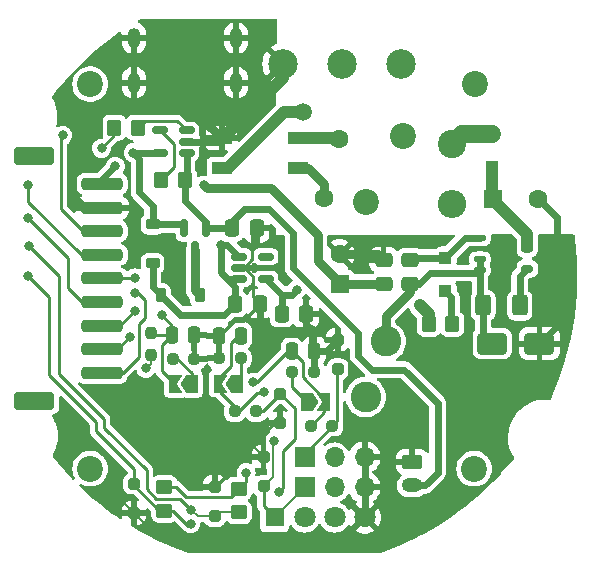
<source format=gbr>
%TF.GenerationSoftware,KiCad,Pcbnew,8.0.8*%
%TF.CreationDate,2025-02-25T00:33:20+03:00*%
%TF.ProjectId,SMHome_UniversalRound_ESP32_C3_Mini_v3,534d486f-6d65-45f5-956e-697665727361,12*%
%TF.SameCoordinates,Original*%
%TF.FileFunction,Copper,L2,Bot*%
%TF.FilePolarity,Positive*%
%FSLAX46Y46*%
G04 Gerber Fmt 4.6, Leading zero omitted, Abs format (unit mm)*
G04 Created by KiCad (PCBNEW 8.0.8) date 2025-02-25 00:33:20*
%MOMM*%
%LPD*%
G01*
G04 APERTURE LIST*
G04 Aperture macros list*
%AMRoundRect*
0 Rectangle with rounded corners*
0 $1 Rounding radius*
0 $2 $3 $4 $5 $6 $7 $8 $9 X,Y pos of 4 corners*
0 Add a 4 corners polygon primitive as box body*
4,1,4,$2,$3,$4,$5,$6,$7,$8,$9,$2,$3,0*
0 Add four circle primitives for the rounded corners*
1,1,$1+$1,$2,$3*
1,1,$1+$1,$4,$5*
1,1,$1+$1,$6,$7*
1,1,$1+$1,$8,$9*
0 Add four rect primitives between the rounded corners*
20,1,$1+$1,$2,$3,$4,$5,0*
20,1,$1+$1,$4,$5,$6,$7,0*
20,1,$1+$1,$6,$7,$8,$9,0*
20,1,$1+$1,$8,$9,$2,$3,0*%
%AMFreePoly0*
4,1,6,1.000000,0.000000,0.500000,-0.750000,-0.500000,-0.750000,-0.500000,0.750000,0.500000,0.750000,1.000000,0.000000,1.000000,0.000000,$1*%
%AMFreePoly1*
4,1,6,0.500000,-0.750000,-0.650000,-0.750000,-0.150000,0.000000,-0.650000,0.750000,0.500000,0.750000,0.500000,-0.750000,0.500000,-0.750000,$1*%
G04 Aperture macros list end*
%TA.AperFunction,ComponentPad*%
%ADD10R,1.700000X1.700000*%
%TD*%
%TA.AperFunction,ComponentPad*%
%ADD11O,1.700000X1.700000*%
%TD*%
%TA.AperFunction,ComponentPad*%
%ADD12C,2.400000*%
%TD*%
%TA.AperFunction,ComponentPad*%
%ADD13O,2.400000X2.400000*%
%TD*%
%TA.AperFunction,HeatsinkPad*%
%ADD14O,1.100000X1.700000*%
%TD*%
%TA.AperFunction,ComponentPad*%
%ADD15C,2.200000*%
%TD*%
%TA.AperFunction,ComponentPad*%
%ADD16R,1.600000X1.600000*%
%TD*%
%TA.AperFunction,ComponentPad*%
%ADD17C,1.600000*%
%TD*%
%TA.AperFunction,ComponentPad*%
%ADD18C,2.600000*%
%TD*%
%TA.AperFunction,ComponentPad*%
%ADD19C,2.500000*%
%TD*%
%TA.AperFunction,ComponentPad*%
%ADD20R,1.650000X1.650000*%
%TD*%
%TA.AperFunction,ComponentPad*%
%ADD21C,1.800000*%
%TD*%
%TA.AperFunction,SMDPad,CuDef*%
%ADD22RoundRect,0.250000X0.250000X-0.250000X0.250000X0.250000X-0.250000X0.250000X-0.250000X-0.250000X0*%
%TD*%
%TA.AperFunction,SMDPad,CuDef*%
%ADD23RoundRect,0.225000X0.375000X-0.225000X0.375000X0.225000X-0.375000X0.225000X-0.375000X-0.225000X0*%
%TD*%
%TA.AperFunction,SMDPad,CuDef*%
%ADD24RoundRect,0.250000X-0.450000X0.350000X-0.450000X-0.350000X0.450000X-0.350000X0.450000X0.350000X0*%
%TD*%
%TA.AperFunction,SMDPad,CuDef*%
%ADD25RoundRect,0.250000X-0.350000X-0.450000X0.350000X-0.450000X0.350000X0.450000X-0.350000X0.450000X0*%
%TD*%
%TA.AperFunction,SMDPad,CuDef*%
%ADD26RoundRect,0.250000X-1.000000X-0.650000X1.000000X-0.650000X1.000000X0.650000X-1.000000X0.650000X0*%
%TD*%
%TA.AperFunction,SMDPad,CuDef*%
%ADD27FreePoly0,180.000000*%
%TD*%
%TA.AperFunction,SMDPad,CuDef*%
%ADD28FreePoly1,180.000000*%
%TD*%
%TA.AperFunction,SMDPad,CuDef*%
%ADD29RoundRect,0.125000X-0.375000X-0.125000X0.375000X-0.125000X0.375000X0.125000X-0.375000X0.125000X0*%
%TD*%
%TA.AperFunction,SMDPad,CuDef*%
%ADD30RoundRect,0.250000X-0.250000X0.475000X-0.250000X-0.475000X0.250000X-0.475000X0.250000X0.475000X0*%
%TD*%
%TA.AperFunction,SMDPad,CuDef*%
%ADD31RoundRect,0.175000X-0.325000X-0.175000X0.325000X-0.175000X0.325000X0.175000X-0.325000X0.175000X0*%
%TD*%
%TA.AperFunction,SMDPad,CuDef*%
%ADD32RoundRect,0.250000X0.250000X0.475000X-0.250000X0.475000X-0.250000X-0.475000X0.250000X-0.475000X0*%
%TD*%
%TA.AperFunction,SMDPad,CuDef*%
%ADD33RoundRect,0.250000X1.500000X-0.250000X1.500000X0.250000X-1.500000X0.250000X-1.500000X-0.250000X0*%
%TD*%
%TA.AperFunction,SMDPad,CuDef*%
%ADD34RoundRect,0.250001X1.449999X-0.499999X1.449999X0.499999X-1.449999X0.499999X-1.449999X-0.499999X0*%
%TD*%
%TA.AperFunction,SMDPad,CuDef*%
%ADD35R,1.700000X1.100000*%
%TD*%
%TA.AperFunction,SMDPad,CuDef*%
%ADD36FreePoly0,0.000000*%
%TD*%
%TA.AperFunction,SMDPad,CuDef*%
%ADD37FreePoly1,0.000000*%
%TD*%
%TA.AperFunction,SMDPad,CuDef*%
%ADD38RoundRect,0.250000X0.400000X0.625000X-0.400000X0.625000X-0.400000X-0.625000X0.400000X-0.625000X0*%
%TD*%
%TA.AperFunction,SMDPad,CuDef*%
%ADD39RoundRect,0.250000X-0.337500X-0.475000X0.337500X-0.475000X0.337500X0.475000X-0.337500X0.475000X0*%
%TD*%
%TA.AperFunction,SMDPad,CuDef*%
%ADD40RoundRect,0.250000X0.475000X-0.337500X0.475000X0.337500X-0.475000X0.337500X-0.475000X-0.337500X0*%
%TD*%
%TA.AperFunction,SMDPad,CuDef*%
%ADD41RoundRect,0.237500X0.250000X0.237500X-0.250000X0.237500X-0.250000X-0.237500X0.250000X-0.237500X0*%
%TD*%
%TA.AperFunction,ComponentPad*%
%ADD42RoundRect,0.250000X-0.625000X0.350000X-0.625000X-0.350000X0.625000X-0.350000X0.625000X0.350000X0*%
%TD*%
%TA.AperFunction,ComponentPad*%
%ADD43O,1.750000X1.200000*%
%TD*%
%TA.AperFunction,SMDPad,CuDef*%
%ADD44RoundRect,0.237500X-0.250000X-0.237500X0.250000X-0.237500X0.250000X0.237500X-0.250000X0.237500X0*%
%TD*%
%TA.AperFunction,SMDPad,CuDef*%
%ADD45RoundRect,0.250000X-0.250000X0.250000X-0.250000X-0.250000X0.250000X-0.250000X0.250000X0.250000X0*%
%TD*%
%TA.AperFunction,SMDPad,CuDef*%
%ADD46RoundRect,0.250000X-0.475000X0.337500X-0.475000X-0.337500X0.475000X-0.337500X0.475000X0.337500X0*%
%TD*%
%TA.AperFunction,SMDPad,CuDef*%
%ADD47RoundRect,0.150000X0.512500X0.150000X-0.512500X0.150000X-0.512500X-0.150000X0.512500X-0.150000X0*%
%TD*%
%TA.AperFunction,SMDPad,CuDef*%
%ADD48RoundRect,0.237500X0.237500X-0.250000X0.237500X0.250000X-0.237500X0.250000X-0.237500X-0.250000X0*%
%TD*%
%TA.AperFunction,SMDPad,CuDef*%
%ADD49RoundRect,0.250000X0.350000X0.450000X-0.350000X0.450000X-0.350000X-0.450000X0.350000X-0.450000X0*%
%TD*%
%TA.AperFunction,SMDPad,CuDef*%
%ADD50RoundRect,0.250000X0.300000X-0.300000X0.300000X0.300000X-0.300000X0.300000X-0.300000X-0.300000X0*%
%TD*%
%TA.AperFunction,SMDPad,CuDef*%
%ADD51RoundRect,0.250000X-0.300000X0.300000X-0.300000X-0.300000X0.300000X-0.300000X0.300000X0.300000X0*%
%TD*%
%TA.AperFunction,SMDPad,CuDef*%
%ADD52RoundRect,0.250000X-0.250000X-0.475000X0.250000X-0.475000X0.250000X0.475000X-0.250000X0.475000X0*%
%TD*%
%TA.AperFunction,SMDPad,CuDef*%
%ADD53RoundRect,0.225000X-0.225000X-0.375000X0.225000X-0.375000X0.225000X0.375000X-0.225000X0.375000X0*%
%TD*%
%TA.AperFunction,SMDPad,CuDef*%
%ADD54RoundRect,0.150000X-0.512500X-0.150000X0.512500X-0.150000X0.512500X0.150000X-0.512500X0.150000X0*%
%TD*%
%TA.AperFunction,SMDPad,CuDef*%
%ADD55RoundRect,0.150000X-0.150000X0.587500X-0.150000X-0.587500X0.150000X-0.587500X0.150000X0.587500X0*%
%TD*%
%TA.AperFunction,ViaPad*%
%ADD56C,0.800000*%
%TD*%
%TA.AperFunction,ViaPad*%
%ADD57C,1.500000*%
%TD*%
%TA.AperFunction,Conductor*%
%ADD58C,0.600000*%
%TD*%
%TA.AperFunction,Conductor*%
%ADD59C,0.250000*%
%TD*%
%TA.AperFunction,Conductor*%
%ADD60C,0.800000*%
%TD*%
%TA.AperFunction,Conductor*%
%ADD61C,0.200000*%
%TD*%
%TA.AperFunction,Conductor*%
%ADD62C,1.000000*%
%TD*%
%TA.AperFunction,Conductor*%
%ADD63C,1.500000*%
%TD*%
G04 APERTURE END LIST*
D10*
%TO.P,J1,1,Pin_1*%
%TO.N,Net-(D1-K)*%
X1903600Y-15316200D03*
D11*
%TO.P,J1,2,Pin_2*%
%TO.N,+3V3*%
X4443600Y-15316200D03*
%TO.P,J1,3,Pin_3*%
%TO.N,GND*%
X6983599Y-15316200D03*
%TD*%
D12*
%TO.P,R5,1*%
%TO.N,Net-(D6-A)*%
X14376400Y11226800D03*
D13*
%TO.P,R5,2*%
%TO.N,+220*%
X14376400Y6146801D03*
%TD*%
D14*
%TO.P,J7,S1,SHIELD*%
%TO.N,GND*%
X-3909600Y16380200D03*
X-3909600Y20180200D03*
X-12549600Y16380200D03*
X-12549600Y20180200D03*
%TD*%
D15*
%TO.P,F1,1*%
%TO.N,L*%
X10261600Y11861800D03*
%TO.P,F1,2*%
%TO.N,L_fuse*%
X7061200Y6324600D03*
%TD*%
%TO.P,TP4,1,1*%
%TO.N,unconnected-(TP4-Pad1)*%
X16306800Y16281400D03*
%TD*%
D16*
%TO.P,C5,1*%
%TO.N,+5V*%
X4876800Y-635000D03*
D17*
%TO.P,C5,2*%
%TO.N,GND*%
X4876800Y1865000D03*
%TD*%
D15*
%TO.P,TP2,1,1*%
%TO.N,unconnected-(TP2-Pad1)*%
X16256000Y-16281400D03*
%TD*%
D18*
%TO.P,L1,1*%
%TO.N,Net-(D7-K)*%
X8788400Y-5511800D03*
%TO.P,L1,2*%
%TO.N,+5V*%
X7078299Y-10210263D03*
%TD*%
D16*
%TO.P,C2,1*%
%TO.N,Net-(D6-K)*%
X17881600Y6578600D03*
D17*
%TO.P,C2,2*%
%TO.N,GND*%
X21681600Y6578600D03*
%TD*%
D15*
%TO.P,TP5,1,1*%
%TO.N,unconnected-(TP5-Pad1)*%
X-16256000Y16281400D03*
%TD*%
D19*
%TO.P,J4,1,Pin_1*%
%TO.N,L*%
X10080000Y18008600D03*
%TO.P,J4,2,Pin_2*%
%TO.N,N*%
X5080000Y18008600D03*
%TO.P,J4,3,Pin_3*%
%TO.N,GND*%
X80000Y18008600D03*
%TD*%
D10*
%TO.P,J5,1,Pin_1*%
%TO.N,Net-(D11-K)*%
X1903600Y-17856200D03*
D11*
%TO.P,J5,2,Pin_2*%
%TO.N,+3V3*%
X4443600Y-17856200D03*
%TO.P,J5,3,Pin_3*%
%TO.N,GND*%
X6983599Y-17856200D03*
%TD*%
D17*
%TO.P,VR1,1*%
%TO.N,L_fuse*%
X3581400Y6669400D03*
%TO.P,VR1,2*%
%TO.N,N*%
X4781400Y11669400D03*
%TD*%
D15*
%TO.P,TP3,1,1*%
%TO.N,unconnected-(TP3-Pad1)*%
X-16256000Y-16281400D03*
%TD*%
D20*
%TO.P,J2,1,Pin_1*%
%TO.N,Net-(D11-K)*%
X-636400Y-20396200D03*
D21*
%TO.P,J2,2,Pin_2*%
%TO.N,Net-(D12-K)*%
X1903600Y-20396200D03*
%TO.P,J2,3,Pin_3*%
%TO.N,+3V3*%
X4443600Y-20396200D03*
%TO.P,J2,4,Pin_4*%
%TO.N,GND*%
X6983600Y-20396200D03*
%TD*%
D22*
%TO.P,D1,1,K*%
%TO.N,Net-(D1-K)*%
X4699000Y-7853999D03*
%TO.P,D1,2,A*%
%TO.N,GND*%
X4699000Y-5354001D03*
%TD*%
D23*
%TO.P,D2,1,K*%
%TO.N,VCC*%
X-10972800Y1093200D03*
%TO.P,D2,2,A*%
%TO.N,+5V*%
X-10972800Y4393200D03*
%TD*%
D24*
%TO.P,R7,1*%
%TO.N,+3V3*%
X-3657600Y-17973800D03*
%TO.P,R7,2*%
%TO.N,SDA*%
X-3657600Y-19973800D03*
%TD*%
D25*
%TO.P,R4,1*%
%TO.N,Net-(D3-K)*%
X-14208000Y12598400D03*
%TO.P,R4,2*%
%TO.N,Net-(U4-STAT)*%
X-12208000Y12598400D03*
%TD*%
D26*
%TO.P,D7,1,K*%
%TO.N,Net-(D7-K)*%
X17786599Y-5689600D03*
%TO.P,D7,2,A*%
%TO.N,GND*%
X21786601Y-5689600D03*
%TD*%
D27*
%TO.P,JP1,1,A*%
%TO.N,Net-(JP1-A)*%
X-7631601Y-9118600D03*
D28*
%TO.P,JP1,2,B*%
%TO.N,ADC2*%
X-9081599Y-9118600D03*
%TD*%
D29*
%TO.P,U2,1,GND*%
%TO.N,Net-(D7-K)*%
X16745200Y546601D03*
%TO.P,U2,2,SEL*%
X16745200Y1446600D03*
%TO.P,U2,3,VCC*%
%TO.N,Net-(D8-K)*%
X16745200Y3246600D03*
D30*
%TO.P,U2,4,DRAIN*%
%TO.N,Net-(D6-K)*%
X20745200Y2706600D03*
D31*
%TO.P,U2,5,CS*%
%TO.N,Net-(U2-CS)*%
X20745200Y646600D03*
%TD*%
D32*
%TO.P,C12,1*%
%TO.N,ADC3*%
X-3469601Y-5029200D03*
%TO.P,C12,2*%
%TO.N,GND*%
X-5369599Y-5029200D03*
%TD*%
D33*
%TO.P,J3,1,Pin_1*%
%TO.N,LED_PWM*%
X-15234800Y-8177800D03*
%TO.P,J3,2,Pin_2*%
%TO.N,RST*%
X-15234800Y-6177800D03*
%TO.P,J3,3,Pin_3*%
%TO.N,D{slash}C*%
X-15234800Y-4177800D03*
%TO.P,J3,4,Pin_4*%
%TO.N,SS*%
X-15234800Y-2177800D03*
%TO.P,J3,5,Pin_5*%
%TO.N,SCK*%
X-15234800Y-177800D03*
%TO.P,J3,6,Pin_6*%
%TO.N,MOSI*%
X-15234800Y1822200D03*
%TO.P,J3,7,Pin_7*%
%TO.N,MISO*%
X-15234800Y3822200D03*
%TO.P,J3,8,Pin_8*%
%TO.N,GND*%
X-15234800Y5822200D03*
%TO.P,J3,9,Pin_9*%
%TO.N,+3V3*%
X-15234800Y7822200D03*
D34*
%TO.P,J3,MP*%
%TO.N,N/C*%
X-20984800Y-10527800D03*
X-20984800Y10172200D03*
%TD*%
D35*
%TO.P,DB1,1,+*%
%TO.N,+220*%
X-5129600Y9169399D03*
%TO.P,DB1,2,-*%
%TO.N,GND*%
X-5129600Y11709401D03*
%TO.P,DB1,3*%
%TO.N,N*%
X1370400Y11709401D03*
%TO.P,DB1,4*%
%TO.N,L_fuse*%
X1370400Y9169399D03*
%TD*%
D36*
%TO.P,JP3,1,A*%
%TO.N,Net-(JP3-A)*%
X2119801Y-10642600D03*
D37*
%TO.P,JP3,2,B*%
%TO.N,ADC1*%
X3569799Y-10642600D03*
%TD*%
D38*
%TO.P,R14,1*%
%TO.N,Net-(U2-CS)*%
X20116800Y-2463800D03*
%TO.P,R14,2*%
%TO.N,Net-(D7-K)*%
X17016798Y-2463800D03*
%TD*%
D39*
%TO.P,C6,1*%
%TO.N,VCC*%
X-3983900Y-2336800D03*
%TO.P,C6,2*%
%TO.N,GND*%
X-1908900Y-2336800D03*
%TD*%
%TO.P,C8,1*%
%TO.N,Net-(J8-Pin_2)*%
X-4237900Y4064000D03*
%TO.P,C8,2*%
%TO.N,GND*%
X-2162900Y4064000D03*
%TD*%
D40*
%TO.P,C9,1*%
%TO.N,+5V*%
X8585200Y-656500D03*
%TO.P,C9,2*%
%TO.N,GND*%
X8585200Y1418500D03*
%TD*%
D41*
%TO.P,R12,1*%
%TO.N,Net-(D12-K)*%
X-2186300Y-11430000D03*
%TO.P,R12,2*%
%TO.N,ADC3*%
X-4011300Y-11430000D03*
%TD*%
D39*
%TO.P,C4,1*%
%TO.N,+3V3*%
X-46900Y-3200400D03*
%TO.P,C4,2*%
%TO.N,GND*%
X2028100Y-3200400D03*
%TD*%
D42*
%TO.P,J8,1,Pin_1*%
%TO.N,GND*%
X10998200Y-15697200D03*
D43*
%TO.P,J8,2,Pin_2*%
%TO.N,Net-(J8-Pin_2)*%
X10998200Y-17697201D03*
%TD*%
D22*
%TO.P,D11,1,K*%
%TO.N,Net-(D11-K)*%
X-1574800Y-17759999D03*
%TO.P,D11,2,A*%
%TO.N,GND*%
X-1574800Y-15260001D03*
%TD*%
D27*
%TO.P,JP2,1,A*%
%TO.N,Net-(JP2-A)*%
X-3847001Y-9093200D03*
D28*
%TO.P,JP2,2,B*%
%TO.N,ADC3*%
X-5296999Y-9093200D03*
%TD*%
D44*
%TO.P,R1,1*%
%TO.N,Net-(JP3-A)*%
X840100Y-8128000D03*
%TO.P,R1,2*%
%TO.N,GND*%
X2665100Y-8128000D03*
%TD*%
D45*
%TO.P,D12,1,K*%
%TO.N,Net-(D12-K)*%
X-152400Y-9926001D03*
%TO.P,D12,2,A*%
%TO.N,GND*%
X-152400Y-12425999D03*
%TD*%
D46*
%TO.P,C3,1*%
%TO.N,Net-(D8-K)*%
X10820400Y1418500D03*
%TO.P,C3,2*%
%TO.N,Net-(D7-K)*%
X10820400Y-656500D03*
%TD*%
D47*
%TO.P,U4,1,STAT*%
%TO.N,Net-(U4-STAT)*%
X-8082700Y12365899D03*
%TO.P,U4,2,V_{SS}*%
%TO.N,GND*%
X-8082700Y11415900D03*
%TO.P,U4,3,V_{BAT}*%
%TO.N,Net-(J8-Pin_2)*%
X-8082700Y10465901D03*
%TO.P,U4,4,V_{DD}*%
%TO.N,+5V*%
X-10357700Y10465901D03*
%TO.P,U4,5,PROG*%
%TO.N,Net-(U4-PROG)*%
X-10357700Y12365899D03*
%TD*%
D45*
%TO.P,D5,1,K*%
%TO.N,SCL*%
X-12547600Y-17546001D03*
%TO.P,D5,2,A*%
%TO.N,GND*%
X-12547600Y-20045999D03*
%TD*%
D48*
%TO.P,R11,1*%
%TO.N,Net-(D11-K)*%
X-11125200Y-6652900D03*
%TO.P,R11,2*%
%TO.N,ADC2*%
X-11125200Y-4827900D03*
%TD*%
D49*
%TO.P,R3,1*%
%TO.N,Net-(J8-Pin_2)*%
X-8245600Y8178800D03*
%TO.P,R3,2*%
%TO.N,Net-(U4-PROG)*%
X-10245600Y8178800D03*
%TD*%
D25*
%TO.P,R19,1*%
%TO.N,+5V*%
X12411200Y-4038600D03*
%TO.P,R19,2*%
%TO.N,Net-(D8-A)*%
X14411200Y-4038600D03*
%TD*%
D50*
%TO.P,D6,1,K*%
%TO.N,Net-(D6-K)*%
X17729200Y9293401D03*
%TO.P,D6,2,A*%
%TO.N,Net-(D6-A)*%
X17729200Y12093399D03*
%TD*%
D51*
%TO.P,D8,1,K*%
%TO.N,Net-(D8-K)*%
X13817600Y1577799D03*
%TO.P,D8,2,A*%
%TO.N,Net-(D8-A)*%
X13817600Y-1222199D03*
%TD*%
D41*
%TO.P,R21,1*%
%TO.N,GND*%
X-7420600Y-6959600D03*
%TO.P,R21,2*%
%TO.N,Net-(JP1-A)*%
X-9245600Y-6959600D03*
%TD*%
D24*
%TO.P,R6,1*%
%TO.N,+3V3*%
X-9982200Y-17846800D03*
%TO.P,R6,2*%
%TO.N,SCL*%
X-9982200Y-19846800D03*
%TD*%
D52*
%TO.P,C1,1*%
%TO.N,ADC1*%
X802601Y-6324600D03*
%TO.P,C1,2*%
%TO.N,GND*%
X2702599Y-6324600D03*
%TD*%
D53*
%TO.P,D4,1,K*%
%TO.N,VCC*%
X-10286000Y-1574800D03*
%TO.P,D4,2,A*%
%TO.N,Net-(D4-A)*%
X-6986000Y-1574800D03*
%TD*%
D54*
%TO.P,U3,1,IN*%
%TO.N,VCC*%
X-3657600Y-223598D03*
%TO.P,U3,2,GND*%
%TO.N,GND*%
X-3657600Y726401D03*
%TO.P,U3,3,EN*%
%TO.N,VCC*%
X-3657600Y1676400D03*
%TO.P,U3,4,NC*%
%TO.N,unconnected-(U3-NC-Pad4)*%
X-1382600Y1676400D03*
%TO.P,U3,5,OUT*%
%TO.N,+3V3*%
X-1382600Y-223598D03*
%TD*%
D55*
%TO.P,Q1,1,G*%
%TO.N,+5V*%
X-8316000Y4087100D03*
%TO.P,Q1,2,S*%
%TO.N,Net-(J8-Pin_2)*%
X-6416000Y4087100D03*
%TO.P,Q1,3,D*%
%TO.N,Net-(D4-A)*%
X-7366000Y2212099D03*
%TD*%
D22*
%TO.P,D9,1,K*%
%TO.N,SDA*%
X-5689600Y-20325399D03*
%TO.P,D9,2,A*%
%TO.N,GND*%
X-5689600Y-17825401D03*
%TD*%
D52*
%TO.P,C11,1*%
%TO.N,ADC2*%
X-9333899Y-4978400D03*
%TO.P,C11,2*%
%TO.N,GND*%
X-7433901Y-4978400D03*
%TD*%
D41*
%TO.P,R20,1*%
%TO.N,Net-(JP2-A)*%
X-3481700Y-6934200D03*
%TO.P,R20,2*%
%TO.N,GND*%
X-5306700Y-6934200D03*
%TD*%
%TO.P,R2,1*%
%TO.N,Net-(D1-K)*%
X4239900Y-12674600D03*
%TO.P,R2,2*%
%TO.N,ADC1*%
X2414900Y-12674600D03*
%TD*%
D56*
%TO.N,GND*%
X-12166600Y2946400D03*
X19278600Y-7747000D03*
X18592800Y-127000D03*
X-6502400Y13106400D03*
X21310600Y-7747000D03*
X-13792200Y-18669000D03*
X18592800Y889000D03*
X18592800Y-1193800D03*
X22377400Y-7747000D03*
X20294600Y-7747000D03*
X-2590800Y-14122400D03*
X2510700Y-4521200D03*
%TO.N,+5V*%
X11633200Y-2438400D03*
X-12598400Y10464800D03*
X-6654800Y7721600D03*
%TO.N,Net-(D11-K)*%
X-685800Y-13944600D03*
X-11531600Y-7797800D03*
D57*
%TO.N,+220*%
X1803400Y13944600D03*
D56*
%TO.N,ADC3*%
X-1498600Y-9779000D03*
%TO.N,SS*%
X-21488400Y4927600D03*
%TO.N,MOSI*%
X-21488400Y7772400D03*
%TO.N,MISO*%
X-18567400Y11938000D03*
%TO.N,SCK*%
X-12496800Y-127000D03*
%TO.N,LED_PWM*%
X-12446000Y-1422400D03*
%TO.N,RST*%
X-12903200Y-5130800D03*
%TO.N,D{slash}C*%
X-12496800Y-2895600D03*
%TO.N,ADC1*%
X-2463800Y-8966200D03*
%TO.N,ADC2*%
X-10210800Y-3302000D03*
%TO.N,Net-(D12-K)*%
X-254000Y-18262600D03*
%TO.N,SDA*%
X-7696200Y-19786600D03*
X-21437600Y2540000D03*
%TO.N,SCL*%
X-21539200Y0D03*
X-7747000Y-20955000D03*
%TO.N,+3V3*%
X-14122400Y9321800D03*
X-3048000Y-16611600D03*
X1244600Y-1117600D03*
%TO.N,VCC*%
X-5181600Y2667000D03*
%TO.N,Net-(D3-K)*%
X-15290800Y10845800D03*
%TD*%
D58*
%TO.N,Net-(J8-Pin_2)*%
X-4237900Y4064000D02*
X-4237900Y4626700D01*
X-4237900Y4626700D02*
X-3200400Y5664200D01*
X6426200Y-4800600D02*
X6426200Y-6756400D01*
X-3200400Y5664200D02*
X-1092200Y5664200D01*
X-1092200Y5664200D02*
X939800Y3632200D01*
X939800Y3632200D02*
X939800Y685800D01*
X939800Y685800D02*
X6426200Y-4800600D01*
X6426200Y-6756400D02*
X7569200Y-7899400D01*
X7569200Y-7899400D02*
X10337800Y-7899400D01*
X10337800Y-7899400D02*
X13157200Y-10718800D01*
X13157200Y-10718800D02*
X13157200Y-16611600D01*
X13157200Y-16611600D02*
X12071599Y-17697201D01*
X12071599Y-17697201D02*
X10998200Y-17697201D01*
D59*
%TO.N,GND*%
X-5306700Y-6934200D02*
X-7395200Y-6934200D01*
D58*
X2702599Y-6324600D02*
X3728401Y-6324600D01*
D60*
X-7696200Y14300200D02*
X-15036800Y14300200D01*
D58*
X2028100Y-4038600D02*
X2510700Y-4521200D01*
D59*
X-2162900Y4064000D02*
X-2514600Y3712300D01*
X-7420600Y-4991701D02*
X-7433901Y-4978400D01*
X-7433901Y-4978400D02*
X-5420399Y-4978400D01*
X-4099599Y-3759200D02*
X-3331300Y-3759200D01*
X-152400Y-12425999D02*
X-691199Y-12425999D01*
X-3124200Y-15260001D02*
X-5689600Y-17825401D01*
D60*
X-16840200Y11548814D02*
X-17805400Y10583614D01*
X-15036800Y14300200D02*
X-16840200Y12496800D01*
D59*
X-3657600Y726401D02*
X-3215601Y726401D01*
X-3215601Y726401D02*
X-2489200Y0D01*
D61*
X6983600Y-20396200D02*
X5154800Y-22225000D01*
D60*
X-17805400Y6858000D02*
X-16769600Y5822200D01*
D59*
X-2489200Y0D02*
X-2489200Y-1756500D01*
X-691199Y-12425999D02*
X-1574800Y-13309600D01*
D61*
X-2590800Y-14244001D02*
X-1574800Y-15260001D01*
D59*
X-7395200Y-6934200D02*
X-7420600Y-6959600D01*
D58*
X2510700Y-4521200D02*
X2510700Y-6132701D01*
D59*
X-2514600Y1447800D02*
X-3235999Y726401D01*
D60*
X-16769600Y5822200D02*
X-15234800Y5822200D01*
D61*
X-2590800Y-14122400D02*
X-2590800Y-14244001D01*
D58*
X6983599Y-17856200D02*
X7010400Y-17883001D01*
D61*
X5154800Y-22225000D02*
X-10368599Y-22225000D01*
D62*
X-2610801Y14066201D02*
X80000Y16757002D01*
D58*
X6983599Y-15444601D02*
X7112000Y-15316200D01*
D59*
X-1574800Y-15260001D02*
X-1574800Y-15697200D01*
D58*
X23266400Y4993800D02*
X23266400Y-4209801D01*
D60*
X-6502400Y13082201D02*
X-5129600Y11709401D01*
D59*
X-7420600Y-6959600D02*
X-7420600Y-4991701D01*
X-1574800Y-13309600D02*
X-1574800Y-15260001D01*
D58*
X-1908900Y-3602900D02*
X-1908900Y-2336800D01*
D60*
X4876800Y1865000D02*
X8138700Y1865000D01*
D58*
X2702599Y-6324600D02*
X2702599Y-8090501D01*
X2510700Y-4521200D02*
X-990600Y-4521200D01*
D60*
X-17805400Y10583614D02*
X-17805400Y6858000D01*
D58*
X2702599Y-8090501D02*
X2665100Y-8128000D01*
D59*
X-5369599Y-6871301D02*
X-5306700Y-6934200D01*
X-1574800Y-15260001D02*
X-3124200Y-15260001D01*
D61*
X-13792200Y-18669000D02*
X-13792200Y-18801399D01*
D58*
X3728401Y-6324600D02*
X4699000Y-5354001D01*
X6983599Y-15316200D02*
X7213600Y-15316200D01*
D60*
X-6502400Y13106400D02*
X-7696200Y14300200D01*
D58*
X21681600Y6578600D02*
X23266400Y4993800D01*
X23266400Y-4209801D02*
X21786601Y-5689600D01*
X6983599Y-17856200D02*
X6983599Y-15444601D01*
D61*
X-10368599Y-22225000D02*
X-12547600Y-20045999D01*
D59*
X-2514600Y3712300D02*
X-2514600Y1447800D01*
D58*
X7010400Y-17883001D02*
X7010400Y-20193000D01*
D60*
X-16840200Y12496800D02*
X-16840200Y11548814D01*
D62*
X80000Y16757002D02*
X80000Y18008600D01*
X-4967601Y11709401D02*
X-2610801Y14066201D01*
D59*
X-2489200Y-1756500D02*
X-1908900Y-2336800D01*
D58*
X-8082700Y11415900D02*
X-5423101Y11415900D01*
D61*
X-13792200Y-18801399D02*
X-12547600Y-20045999D01*
D60*
X-6502400Y13106400D02*
X-6502400Y13082201D01*
D58*
X2028100Y-3200400D02*
X2028100Y-4038600D01*
X2510700Y-6132701D02*
X2702599Y-6324600D01*
D59*
X-3331300Y-3759200D02*
X-1908900Y-2336800D01*
X-5423101Y11415900D02*
X-5129600Y11709401D01*
X-5369599Y-5029200D02*
X-4099599Y-3759200D01*
D60*
X8138700Y1865000D02*
X8585200Y1418500D01*
D59*
X-3235999Y726401D02*
X-3657600Y726401D01*
X-5420399Y-4978400D02*
X-5369599Y-5029200D01*
D58*
X-990600Y-4521200D02*
X-1908900Y-3602900D01*
D59*
X-5369599Y-5029200D02*
X-5369599Y-6871301D01*
D60*
X-3149601Y13527401D02*
X-2610801Y14066201D01*
D62*
%TO.N,Net-(D6-K)*%
X20745200Y3562600D02*
X20745200Y2706600D01*
X17881600Y6578600D02*
X17881600Y6426200D01*
X17881600Y6426200D02*
X20745200Y3562600D01*
X17729200Y9293401D02*
X17729200Y6731000D01*
X17729200Y6731000D02*
X17881600Y6578600D01*
D58*
%TO.N,Net-(D7-K)*%
X16745200Y-2192202D02*
X17016798Y-2463800D01*
X16745200Y546601D02*
X16745200Y1446600D01*
X11560900Y-656500D02*
X10820400Y-656500D01*
X17016798Y-2463800D02*
X17016798Y-4919799D01*
X12514001Y296601D02*
X11560900Y-656500D01*
D60*
X8788400Y-3327400D02*
X8788400Y-5511800D01*
D58*
X16495200Y296601D02*
X12514001Y296601D01*
X16745200Y546601D02*
X16745200Y-2192202D01*
D60*
X10820400Y-656500D02*
X10820400Y-1295400D01*
X10820400Y-1295400D02*
X8788400Y-3327400D01*
D58*
X16745200Y546601D02*
X16495200Y296601D01*
X17016798Y-4919799D02*
X17786599Y-5689600D01*
%TO.N,Net-(D8-K)*%
X15486401Y3246600D02*
X13817600Y1577799D01*
X13817600Y1577799D02*
X10979699Y1577799D01*
X16745200Y3246600D02*
X15486401Y3246600D01*
X10979699Y1577799D02*
X10820400Y1418500D01*
D60*
%TO.N,+5V*%
X3022600Y1295400D02*
X4876800Y-558800D01*
D59*
X-12597299Y10465901D02*
X-12598400Y10464800D01*
D62*
X11633200Y-2438400D02*
X12411200Y-3216400D01*
D58*
X7078299Y-10210263D02*
X6976699Y-10210263D01*
D62*
X12411200Y-3216400D02*
X12411200Y-4038600D01*
D60*
X-939800Y7442200D02*
X3022600Y3479800D01*
X-6654800Y7721600D02*
X-6375400Y7442200D01*
X4876800Y-558800D02*
X4876800Y-635000D01*
X8563700Y-635000D02*
X8585200Y-656500D01*
D58*
X-10357700Y10465901D02*
X-12597299Y10465901D01*
X-8622100Y4393200D02*
X-8316000Y4087100D01*
X7078299Y-10210263D02*
X7315737Y-10210263D01*
D60*
X-6375400Y7442200D02*
X-939800Y7442200D01*
D58*
X-12090400Y9956800D02*
X-12090400Y7112000D01*
D60*
X3022600Y3479800D02*
X3022600Y1295400D01*
D58*
X-12598400Y10464800D02*
X-12090400Y9956800D01*
X-10972800Y4393200D02*
X-8622100Y4393200D01*
X-10972800Y5994400D02*
X-10972800Y4393200D01*
X-12090400Y7112000D02*
X-10972800Y5994400D01*
D60*
X4876800Y-635000D02*
X8563700Y-635000D01*
D63*
%TO.N,Net-(D6-A)*%
X15242999Y12093399D02*
X17729200Y12093399D01*
X14376400Y11226800D02*
X15242999Y12093399D01*
D58*
%TO.N,Net-(D8-A)*%
X14325600Y-1730199D02*
X14325600Y-3953000D01*
X14325600Y-3953000D02*
X14411200Y-4038600D01*
X13817600Y-1222199D02*
X14325600Y-1730199D01*
D61*
%TO.N,Net-(D11-K)*%
X-774800Y-16959999D02*
X-1574800Y-17759999D01*
D59*
X-1574800Y-19457800D02*
X-636400Y-20396200D01*
D61*
X-1423800Y-19608800D02*
X-636400Y-20396200D01*
X-685800Y-13944600D02*
X-774800Y-14033600D01*
X-11531600Y-7797800D02*
X-11125200Y-7391400D01*
X-774800Y-14033600D02*
X-774800Y-16959999D01*
D59*
X-1574800Y-17759999D02*
X-1574800Y-19457800D01*
D61*
X-11125200Y-7391400D02*
X-11125200Y-6652900D01*
X-636400Y-20396200D02*
X1903600Y-17856200D01*
D62*
%TO.N,+220*%
X177800Y13944600D02*
X-4597401Y9169399D01*
X1803400Y13944600D02*
X177800Y13944600D01*
X-4597401Y9169399D02*
X-5129600Y9169399D01*
D60*
%TO.N,L_fuse*%
X1370400Y9169399D02*
X2209801Y9169399D01*
X2209801Y9169399D02*
X3581400Y7797800D01*
X3581400Y7797800D02*
X3581400Y6669400D01*
D62*
%TO.N,N*%
X4781400Y11669400D02*
X4741399Y11709401D01*
X4741399Y11709401D02*
X1370400Y11709401D01*
D58*
%TO.N,Net-(U2-CS)*%
X20116800Y-2463800D02*
X20116800Y18200D01*
X20116800Y18200D02*
X20745200Y646600D01*
D59*
%TO.N,ADC3*%
X-4368800Y-7569200D02*
X-5296999Y-8497399D01*
X-3683000Y-11430000D02*
X-4011300Y-11430000D01*
X-4368800Y-5623600D02*
X-4368800Y-7569200D01*
X-3469601Y-5029200D02*
X-3638253Y-5029200D01*
X-1563200Y-9843600D02*
X-2096600Y-9843600D01*
X-2096600Y-9843600D02*
X-3683000Y-11430000D01*
X-5296999Y-9790601D02*
X-4011300Y-11076300D01*
X-4011300Y-11076300D02*
X-4011300Y-11430000D01*
X-4274000Y-5528800D02*
X-4368800Y-5623600D01*
X-3774401Y-5029200D02*
X-4367200Y-5621999D01*
X-3469601Y-5029200D02*
X-3774401Y-5029200D01*
X-5296999Y-8497399D02*
X-5296999Y-9093200D01*
X-5296999Y-9093200D02*
X-5296999Y-9790601D01*
X-1498600Y-9779000D02*
X-1563200Y-9843600D01*
%TO.N,Net-(D1-K)*%
X1903600Y-15010900D02*
X1903600Y-15316200D01*
X4239900Y-12674600D02*
X4653799Y-12260701D01*
X4239900Y-12674600D02*
X1903600Y-15010900D01*
X4653799Y-7899200D02*
X4699000Y-7853999D01*
X4653799Y-12260701D02*
X4653799Y-7899200D01*
%TO.N,Net-(JP3-A)*%
X840100Y-9362899D02*
X2119801Y-10642600D01*
X840100Y-8128000D02*
X840100Y-9362899D01*
%TO.N,SS*%
X-16984800Y-2177800D02*
X-18135600Y-1027000D01*
X-15234800Y-2177800D02*
X-16984800Y-2177800D01*
X-18135600Y1574800D02*
X-21488400Y4927600D01*
X-18135600Y-1027000D02*
X-18135600Y1574800D01*
%TO.N,MOSI*%
X-15234800Y1822200D02*
X-16984800Y1822200D01*
X-21488400Y6325800D02*
X-21488400Y7772400D01*
X-16984800Y1822200D02*
X-21488400Y6325800D01*
%TO.N,MISO*%
X-18745200Y5715000D02*
X-16852400Y3822200D01*
X-16852400Y3822200D02*
X-15234800Y3822200D01*
X-18567400Y11938000D02*
X-18745200Y11760200D01*
X-18745200Y11760200D02*
X-18745200Y5715000D01*
%TO.N,SCK*%
X-13484800Y-177800D02*
X-15234800Y-177800D01*
X-13434000Y-127000D02*
X-13484800Y-177800D01*
X-12496800Y-127000D02*
X-13434000Y-127000D01*
%TO.N,LED_PWM*%
X-15234800Y-8177800D02*
X-13484800Y-8177800D01*
X-12192000Y-1422400D02*
X-12446000Y-1422400D01*
X-11633200Y-3505200D02*
X-11633200Y-1981200D01*
X-12141200Y-4013200D02*
X-11633200Y-3505200D01*
X-13484800Y-8177800D02*
X-12141200Y-6834200D01*
X-11633200Y-1981200D02*
X-12192000Y-1422400D01*
X-12141200Y-6834200D02*
X-12141200Y-4013200D01*
%TO.N,RST*%
X-13950200Y-6177800D02*
X-15234800Y-6177800D01*
X-12903200Y-5130800D02*
X-13950200Y-6177800D01*
%TO.N,D{slash}C*%
X-12496800Y-2895600D02*
X-13779000Y-4177800D01*
X-13779000Y-4177800D02*
X-15234800Y-4177800D01*
%TO.N,ADC1*%
X3569799Y-10642600D02*
X3569799Y-10351599D01*
X1728800Y-7250799D02*
X802601Y-6324600D01*
X3569799Y-10642600D02*
X3569799Y-11519701D01*
X482600Y-6324600D02*
X802601Y-6324600D01*
X1728800Y-8510600D02*
X1728800Y-7250799D01*
X3569799Y-11519701D02*
X2414900Y-12674600D01*
X-2159000Y-8966200D02*
X482600Y-6324600D01*
X-2463800Y-8966200D02*
X-2159000Y-8966200D01*
X3569799Y-10351599D02*
X1728800Y-8510600D01*
%TO.N,ADC2*%
X-10160000Y-5804501D02*
X-10160000Y-8040199D01*
X-10160000Y-8040199D02*
X-9081599Y-9118600D01*
X-9333899Y-4978400D02*
X-9333899Y-4178901D01*
X-10974700Y-4978400D02*
X-11125200Y-4827900D01*
X-9333899Y-4978400D02*
X-10974700Y-4978400D01*
X-9333899Y-4978400D02*
X-10160000Y-5804501D01*
X-9333899Y-4178901D02*
X-10210800Y-3302000D01*
%TO.N,Net-(D12-K)*%
X-254000Y-18262600D02*
X50800Y-17957800D01*
X-2186300Y-11430000D02*
X-1656399Y-11430000D01*
X50800Y-14819000D02*
X1066800Y-13803000D01*
X-1656399Y-11430000D02*
X-152400Y-9926001D01*
X1066800Y-13803000D02*
X1066800Y-11145201D01*
X1066800Y-11145201D02*
X-152400Y-9926001D01*
X50800Y-17957800D02*
X50800Y-14819000D01*
%TO.N,Net-(JP1-A)*%
X-9245600Y-6959600D02*
X-8890000Y-6959600D01*
X-8890000Y-6959600D02*
X-7631601Y-8217999D01*
X-7631601Y-8217999D02*
X-7631601Y-9118600D01*
%TO.N,Net-(JP2-A)*%
X-3481700Y-8727899D02*
X-3847001Y-9093200D01*
X-3481700Y-6934200D02*
X-3481700Y-8727899D01*
D61*
%TO.N,SDA*%
X-3657600Y-19973800D02*
X-5338001Y-19973800D01*
D59*
X-18897600Y0D02*
X-18897600Y-8255000D01*
X-21437600Y2540000D02*
X-18897600Y0D01*
D61*
X-7157401Y-20325399D02*
X-7696200Y-19786600D01*
D59*
X-18897600Y-8255000D02*
X-15062200Y-12090400D01*
D61*
X-5689600Y-20325399D02*
X-7157401Y-20325399D01*
D59*
X-15062200Y-12801600D02*
X-11480800Y-16383000D01*
X-15062200Y-12090400D02*
X-15062200Y-12801600D01*
X-10673250Y-18846800D02*
X-8636000Y-18846800D01*
X-11480800Y-18039250D02*
X-10673250Y-18846800D01*
X-11480800Y-16383000D02*
X-11480800Y-18039250D01*
X-8636000Y-18846800D02*
X-7696200Y-19786600D01*
D61*
X-5338001Y-19973800D02*
X-5689600Y-20325399D01*
D59*
%TO.N,SCL*%
X-7899400Y-21107400D02*
X-7950200Y-21107400D01*
X-19761200Y-1778000D02*
X-19761200Y-8331200D01*
X-21539200Y0D02*
X-19761200Y-1778000D01*
X-15753399Y-13075601D02*
X-12547600Y-16281400D01*
X-7747000Y-20955000D02*
X-7899400Y-21107400D01*
X-12547600Y-16281400D02*
X-12547600Y-17546001D01*
X-12547600Y-17546001D02*
X-12547600Y-17703800D01*
X-15753399Y-12339001D02*
X-15753399Y-13075601D01*
X-7950200Y-21107400D02*
X-9210800Y-19846800D01*
X-9210800Y-19846800D02*
X-9982200Y-19846800D01*
X-19761200Y-8331200D02*
X-15753399Y-12339001D01*
X-10404600Y-19846800D02*
X-9982200Y-19846800D01*
X-12547600Y-17703800D02*
X-10404600Y-19846800D01*
%TO.N,+3V3*%
X-3048000Y-17364200D02*
X-3657600Y-17973800D01*
D58*
X-46900Y-3200400D02*
X-46900Y-1559298D01*
X-549099Y-1057099D02*
X-1382600Y-223598D01*
X-14122400Y9321800D02*
X-15234800Y8209400D01*
D59*
X-8178102Y-18668302D02*
X-8999604Y-17846800D01*
X-3048000Y-16611600D02*
X-3048000Y-17364200D01*
X-3657600Y-17973800D02*
X-4352102Y-18668302D01*
D58*
X802902Y-1559298D02*
X-46900Y-1559298D01*
X-15234800Y8209400D02*
X-15234800Y7822200D01*
X4572001Y-20091399D02*
X4470400Y-20193000D01*
X1244600Y-1117600D02*
X802902Y-1559298D01*
D59*
X-8999604Y-17846800D02*
X-9982200Y-17846800D01*
X-4352102Y-18668302D02*
X-8178102Y-18668302D01*
D58*
X-46900Y-1559298D02*
X-549099Y-1057099D01*
%TO.N,VCC*%
X-10972800Y-888000D02*
X-10286000Y-1574800D01*
X-8609600Y-3251200D02*
X-4898300Y-3251200D01*
X-5181600Y330200D02*
X-3983900Y-867500D01*
X-3983900Y-867500D02*
X-3983900Y-2336800D01*
X-4627802Y-223598D02*
X-5181600Y330200D01*
X-4648200Y2667000D02*
X-3657600Y1676400D01*
X-5181600Y2667000D02*
X-5181600Y330200D01*
X-10972800Y1093200D02*
X-10972800Y-888000D01*
X-3657600Y-223598D02*
X-4627802Y-223598D01*
X-10286000Y-1574800D02*
X-8609600Y-3251200D01*
X-4898300Y-3251200D02*
X-3983900Y-2336800D01*
X-5181600Y2667000D02*
X-4648200Y2667000D01*
%TO.N,Net-(J8-Pin_2)*%
X-8245600Y10430001D02*
X-8209700Y10465901D01*
X-8082700Y10465901D02*
X-8082700Y8341700D01*
X-8245600Y8178800D02*
X-8245600Y6604000D01*
X-8245600Y6391400D02*
X-6416000Y4561800D01*
X-4261000Y4087100D02*
X-4237900Y4064000D01*
X-8209700Y10465901D02*
X-8082700Y10465901D01*
X-8245600Y6604000D02*
X-8245600Y6391400D01*
X-6416000Y4561800D02*
X-6416000Y4087100D01*
X-6416000Y4087100D02*
X-4261000Y4087100D01*
X-8082700Y8341700D02*
X-8245600Y8178800D01*
D59*
%TO.N,Net-(U4-PROG)*%
X-9194800Y11202999D02*
X-9194800Y9229600D01*
X-10357700Y12365899D02*
X-9194800Y11202999D01*
X-9194800Y9229600D02*
X-10245600Y8178800D01*
%TO.N,Net-(U4-STAT)*%
X-8082700Y12365899D02*
X-8874001Y13157200D01*
X-11649200Y13157200D02*
X-12208000Y12598400D01*
X-8874001Y13157200D02*
X-11649200Y13157200D01*
%TO.N,Net-(D3-K)*%
X-15290800Y10845800D02*
X-14208000Y11928600D01*
X-14208000Y11928600D02*
X-14208000Y12598400D01*
D60*
%TO.N,Net-(D4-A)*%
X-7366000Y2212099D02*
X-7366000Y-1194800D01*
X-7366000Y-1194800D02*
X-6986000Y-1574800D01*
%TD*%
%TA.AperFunction,Conductor*%
%TO.N,GND*%
G36*
X24710874Y3542513D02*
G01*
X24756730Y3489797D01*
X24766646Y3456574D01*
X24792013Y3288485D01*
X24792628Y3283809D01*
X24898068Y2344168D01*
X24898504Y2339471D01*
X24968125Y1396546D01*
X24968383Y1391836D01*
X25002095Y446928D01*
X25002174Y442212D01*
X24999922Y-503317D01*
X24999821Y-508033D01*
X24961611Y-1452796D01*
X24961330Y-1457505D01*
X24887218Y-2400092D01*
X24886759Y-2404786D01*
X24776851Y-3343886D01*
X24776214Y-3348560D01*
X24630665Y-4282827D01*
X24629850Y-4287473D01*
X24448881Y-5215485D01*
X24447891Y-5220096D01*
X24231747Y-6140606D01*
X24230581Y-6145177D01*
X23979597Y-7056750D01*
X23978259Y-7061273D01*
X23692781Y-7962662D01*
X23691272Y-7967131D01*
X23371708Y-8857041D01*
X23370029Y-8861449D01*
X23016866Y-9738523D01*
X23015021Y-9742865D01*
X22726619Y-10387220D01*
X22681265Y-10440368D01*
X22614376Y-10460558D01*
X22604571Y-10460244D01*
X22426886Y-10447496D01*
X22333723Y-10440812D01*
X21990577Y-10453567D01*
X21990565Y-10453568D01*
X21650835Y-10503498D01*
X21318506Y-10590021D01*
X21318498Y-10590024D01*
X20997547Y-10712104D01*
X20691737Y-10868310D01*
X20691726Y-10868316D01*
X20404699Y-11056785D01*
X20404686Y-11056794D01*
X20404681Y-11056798D01*
X20315499Y-11130373D01*
X20139789Y-11275332D01*
X19900190Y-11521325D01*
X19900183Y-11521333D01*
X19688709Y-11791881D01*
X19688707Y-11791884D01*
X19507852Y-12083789D01*
X19359755Y-12393605D01*
X19359753Y-12393611D01*
X19253645Y-12696331D01*
X19246161Y-12717681D01*
X19168421Y-13052167D01*
X19127455Y-13393096D01*
X19125376Y-13585331D01*
X19123742Y-13736485D01*
X19157328Y-14078237D01*
X19227815Y-14414324D01*
X19227816Y-14414328D01*
X19227817Y-14414331D01*
X19227818Y-14414336D01*
X19334366Y-14740758D01*
X19334375Y-14740781D01*
X19475733Y-15053713D01*
X19475744Y-15053736D01*
X19614481Y-15288873D01*
X19631595Y-15356614D01*
X19609368Y-15422854D01*
X19603891Y-15430118D01*
X19157862Y-15978611D01*
X19154794Y-15982240D01*
X18530861Y-16692117D01*
X18527656Y-16695625D01*
X17876990Y-17381072D01*
X17873654Y-17384454D01*
X17197210Y-18044471D01*
X17193746Y-18047724D01*
X16492506Y-18681347D01*
X16488921Y-18684464D01*
X15763901Y-19290777D01*
X15760209Y-19293746D01*
X15458534Y-19526985D01*
X15012527Y-19871813D01*
X15008713Y-19874646D01*
X14239417Y-20423657D01*
X14235498Y-20426342D01*
X13445750Y-20945471D01*
X13441730Y-20948005D01*
X12632655Y-21436507D01*
X12628542Y-21438884D01*
X11801353Y-21896031D01*
X11797151Y-21898249D01*
X10953071Y-22323362D01*
X10948787Y-22325418D01*
X10089028Y-22717890D01*
X10084669Y-22719780D01*
X9210495Y-23079030D01*
X9206067Y-23080751D01*
X8367119Y-23388514D01*
X8324413Y-23396100D01*
X-7969484Y-23396100D01*
X-8011750Y-23388675D01*
X-8809553Y-23099421D01*
X-8813790Y-23097796D01*
X-8860178Y-23079030D01*
X-9647878Y-22760367D01*
X-9652050Y-22758590D01*
X-10473270Y-22390853D01*
X-10477377Y-22388922D01*
X-11284541Y-21991408D01*
X-11288540Y-21989348D01*
X-12080730Y-21562507D01*
X-12084634Y-21560310D01*
X-12103479Y-21549248D01*
X-12654323Y-21225899D01*
X-12736373Y-21177735D01*
X-12784223Y-21126822D01*
X-12797600Y-21070798D01*
X-12797600Y-21045998D01*
X-12297600Y-21045998D01*
X-12247628Y-21045998D01*
X-12247614Y-21045997D01*
X-12144903Y-21035504D01*
X-11978481Y-20980357D01*
X-11978476Y-20980355D01*
X-11829255Y-20888314D01*
X-11705285Y-20764344D01*
X-11613244Y-20615123D01*
X-11613242Y-20615118D01*
X-11558095Y-20448696D01*
X-11558094Y-20448689D01*
X-11547601Y-20345985D01*
X-11547600Y-20345972D01*
X-11547600Y-20295999D01*
X-12297600Y-20295999D01*
X-12297600Y-21045998D01*
X-12797600Y-21045998D01*
X-12797600Y-20295999D01*
X-13547599Y-20295999D01*
X-13547599Y-20345988D01*
X-13539158Y-20428611D01*
X-13551928Y-20497304D01*
X-13599809Y-20548188D01*
X-13667599Y-20565108D01*
X-13732941Y-20543272D01*
X-14086411Y-20299367D01*
X-14367596Y-20105340D01*
X-14371282Y-20102696D01*
X-14849744Y-19746012D01*
X-13547600Y-19746012D01*
X-13547600Y-19795999D01*
X-12797600Y-19795999D01*
X-12797600Y-19045999D01*
X-12797601Y-19045998D01*
X-12847571Y-19045999D01*
X-12847589Y-19046000D01*
X-12950298Y-19056493D01*
X-13116720Y-19111640D01*
X-13116725Y-19111642D01*
X-13265946Y-19203683D01*
X-13389916Y-19327653D01*
X-13481957Y-19476874D01*
X-13481959Y-19476879D01*
X-13537106Y-19643301D01*
X-13537107Y-19643308D01*
X-13547600Y-19746012D01*
X-14849744Y-19746012D01*
X-15092654Y-19564927D01*
X-15096242Y-19562149D01*
X-15797469Y-18998335D01*
X-15800953Y-18995427D01*
X-15986959Y-18834318D01*
X-16481090Y-18406326D01*
X-16484422Y-18403331D01*
X-17142559Y-17789728D01*
X-17145788Y-17786606D01*
X-17155615Y-17776747D01*
X-17189001Y-17715375D01*
X-17183906Y-17645691D01*
X-17141947Y-17589824D01*
X-17076444Y-17565510D01*
X-17008777Y-17580152D01*
X-16860810Y-17660228D01*
X-16625614Y-17740971D01*
X-16380335Y-17781900D01*
X-16131665Y-17781900D01*
X-15886386Y-17740971D01*
X-15651190Y-17660228D01*
X-15432491Y-17541874D01*
X-15236256Y-17389138D01*
X-15067836Y-17206185D01*
X-14931827Y-16998007D01*
X-14831937Y-16770281D01*
X-14770892Y-16529221D01*
X-14768582Y-16501345D01*
X-14750357Y-16281405D01*
X-14750357Y-16281394D01*
X-14770891Y-16033587D01*
X-14770893Y-16033575D01*
X-14831937Y-15792518D01*
X-14931827Y-15564793D01*
X-15067834Y-15356617D01*
X-15121770Y-15298027D01*
X-15236256Y-15173662D01*
X-15432491Y-15020926D01*
X-15432493Y-15020925D01*
X-15432494Y-15020924D01*
X-15651189Y-14902572D01*
X-15651198Y-14902569D01*
X-15886384Y-14821829D01*
X-16131665Y-14780900D01*
X-16380335Y-14780900D01*
X-16625617Y-14821829D01*
X-16860803Y-14902569D01*
X-16860812Y-14902572D01*
X-17079507Y-15020924D01*
X-17275743Y-15173661D01*
X-17444167Y-15356617D01*
X-17580174Y-15564793D01*
X-17680064Y-15792518D01*
X-17741108Y-16033575D01*
X-17741110Y-16033587D01*
X-17761643Y-16281394D01*
X-17761643Y-16281405D01*
X-17741110Y-16529212D01*
X-17741108Y-16529224D01*
X-17680064Y-16770281D01*
X-17585826Y-16985120D01*
X-17580173Y-16998007D01*
X-17570270Y-17013164D01*
X-17550083Y-17080054D01*
X-17569263Y-17147239D01*
X-17621721Y-17193390D01*
X-17690803Y-17203853D01*
X-17754575Y-17175307D01*
X-17761890Y-17168537D01*
X-17781048Y-17149318D01*
X-17784169Y-17146070D01*
X-18284765Y-16605700D01*
X-18395653Y-16486002D01*
X-18398673Y-16482620D01*
X-18985600Y-15800614D01*
X-18988496Y-15797121D01*
X-19325622Y-15375085D01*
X-19409137Y-15270536D01*
X-19435597Y-15205872D01*
X-19422897Y-15137166D01*
X-19421875Y-15135191D01*
X-19287239Y-14880520D01*
X-19287239Y-14880517D01*
X-19287234Y-14880510D01*
X-19160290Y-14560936D01*
X-19139883Y-14487178D01*
X-19068600Y-14229535D01*
X-19068596Y-14229516D01*
X-19068528Y-14229098D01*
X-19013229Y-13890146D01*
X-18999056Y-13625606D01*
X-18994833Y-13546784D01*
X-18994833Y-13546781D01*
X-18995637Y-13532081D01*
X-19013623Y-13203425D01*
X-19069381Y-12864112D01*
X-19069382Y-12864108D01*
X-19069384Y-12864099D01*
X-19161453Y-12532807D01*
X-19288763Y-12213380D01*
X-19311987Y-12169573D01*
X-19435232Y-11937092D01*
X-19449823Y-11909569D01*
X-19449828Y-11909561D01*
X-19464737Y-11887565D01*
X-19483904Y-11859285D01*
X-19505222Y-11792750D01*
X-19487184Y-11725249D01*
X-19435515Y-11678216D01*
X-19415854Y-11670640D01*
X-19406028Y-11667784D01*
X-19274403Y-11629544D01*
X-19132936Y-11545881D01*
X-19016719Y-11429664D01*
X-18933056Y-11288197D01*
X-18933055Y-11288193D01*
X-18933054Y-11288192D01*
X-18887203Y-11130373D01*
X-18887202Y-11130367D01*
X-18884301Y-11093501D01*
X-18884300Y-11093494D01*
X-18884300Y-10250631D01*
X-18864615Y-10183592D01*
X-18811811Y-10137837D01*
X-18742653Y-10127893D01*
X-18679097Y-10156918D01*
X-18672619Y-10162950D01*
X-16315218Y-12520351D01*
X-16281733Y-12581674D01*
X-16278899Y-12608032D01*
X-16278899Y-12998805D01*
X-16278900Y-12998823D01*
X-16278900Y-13006418D01*
X-16278900Y-13144784D01*
X-16259064Y-13218811D01*
X-16259065Y-13218811D01*
X-16243089Y-13278432D01*
X-16243086Y-13278439D01*
X-16173907Y-13398262D01*
X-16173903Y-13398267D01*
X-16068999Y-13503171D01*
X-16068993Y-13503176D01*
X-13109419Y-16462750D01*
X-13075934Y-16524073D01*
X-13073100Y-16550431D01*
X-13073100Y-16632459D01*
X-13092785Y-16699498D01*
X-13133978Y-16739191D01*
X-13199465Y-16777920D01*
X-13199471Y-16777924D01*
X-13315677Y-16894130D01*
X-13315683Y-16894138D01*
X-13399345Y-17035604D01*
X-13399346Y-17035607D01*
X-13445198Y-17193427D01*
X-13445199Y-17193433D01*
X-13448100Y-17230299D01*
X-13448100Y-17861702D01*
X-13445199Y-17898568D01*
X-13445198Y-17898574D01*
X-13399346Y-18056394D01*
X-13399345Y-18056397D01*
X-13399344Y-18056399D01*
X-13366126Y-18112568D01*
X-13315683Y-18197863D01*
X-13315677Y-18197871D01*
X-13199471Y-18314077D01*
X-13199467Y-18314080D01*
X-13199465Y-18314082D01*
X-13057998Y-18397745D01*
X-13016376Y-18409837D01*
X-12900174Y-18443598D01*
X-12900171Y-18443598D01*
X-12900169Y-18443599D01*
X-12863294Y-18446501D01*
X-12599430Y-18446501D01*
X-12532391Y-18466186D01*
X-12511749Y-18482820D01*
X-12160251Y-18834318D01*
X-12126766Y-18895641D01*
X-12131750Y-18965333D01*
X-12173622Y-19021266D01*
X-12239086Y-19045683D01*
X-12247932Y-19045999D01*
X-12297600Y-19045999D01*
X-12297600Y-19795999D01*
X-11547601Y-19795999D01*
X-11547601Y-19746330D01*
X-11527916Y-19679291D01*
X-11475112Y-19633536D01*
X-11405954Y-19623592D01*
X-11342398Y-19652617D01*
X-11335920Y-19658649D01*
X-11119019Y-19875550D01*
X-11085534Y-19936873D01*
X-11082700Y-19963231D01*
X-11082700Y-20262501D01*
X-11079799Y-20299367D01*
X-11079798Y-20299373D01*
X-11033946Y-20457193D01*
X-11033945Y-20457196D01*
X-11033944Y-20457198D01*
X-11023830Y-20474300D01*
X-10950283Y-20598662D01*
X-10950277Y-20598670D01*
X-10834071Y-20714876D01*
X-10834067Y-20714879D01*
X-10834065Y-20714881D01*
X-10692598Y-20798544D01*
X-10650976Y-20810636D01*
X-10534774Y-20844397D01*
X-10534771Y-20844397D01*
X-10534769Y-20844398D01*
X-10497894Y-20847300D01*
X-10497886Y-20847300D01*
X-9466514Y-20847300D01*
X-9466506Y-20847300D01*
X-9429631Y-20844398D01*
X-9429629Y-20844397D01*
X-9429627Y-20844397D01*
X-9365958Y-20825899D01*
X-9271802Y-20798544D01*
X-9185195Y-20747325D01*
X-9117471Y-20730142D01*
X-9051208Y-20752302D01*
X-9034394Y-20766375D01*
X-8735964Y-21064806D01*
X-8443010Y-21357760D01*
X-8425697Y-21379469D01*
X-8389858Y-21436507D01*
X-8376816Y-21457262D01*
X-8249262Y-21584816D01*
X-8096522Y-21680789D01*
X-8036853Y-21701668D01*
X-7926255Y-21740368D01*
X-7926250Y-21740369D01*
X-7747004Y-21760565D01*
X-7747000Y-21760565D01*
X-7746996Y-21760565D01*
X-7567751Y-21740369D01*
X-7567748Y-21740368D01*
X-7567745Y-21740368D01*
X-7397478Y-21680789D01*
X-7244738Y-21584816D01*
X-7117184Y-21457262D01*
X-7021211Y-21304522D01*
X-6961632Y-21134255D01*
X-6961631Y-21134249D01*
X-6941435Y-20955003D01*
X-6941435Y-20949899D01*
X-6921750Y-20882860D01*
X-6868946Y-20837105D01*
X-6817435Y-20825899D01*
X-6617926Y-20825899D01*
X-6550887Y-20845584D01*
X-6511194Y-20886778D01*
X-6457683Y-20977261D01*
X-6457677Y-20977269D01*
X-6341471Y-21093475D01*
X-6341467Y-21093478D01*
X-6341465Y-21093480D01*
X-6199998Y-21177143D01*
X-6158376Y-21189235D01*
X-6042174Y-21222996D01*
X-6042171Y-21222996D01*
X-6042169Y-21222997D01*
X-6005294Y-21225899D01*
X-6005286Y-21225899D01*
X-5373914Y-21225899D01*
X-5373906Y-21225899D01*
X-5337031Y-21222997D01*
X-5337029Y-21222996D01*
X-5337027Y-21222996D01*
X-5277977Y-21205840D01*
X-5179202Y-21177143D01*
X-5037735Y-21093480D01*
X-4921519Y-20977264D01*
X-4837856Y-20835797D01*
X-4823794Y-20787395D01*
X-4786189Y-20728511D01*
X-4722716Y-20699304D01*
X-4653530Y-20709050D01*
X-4617037Y-20734310D01*
X-4509471Y-20841876D01*
X-4509467Y-20841879D01*
X-4509465Y-20841881D01*
X-4367998Y-20925544D01*
X-4326376Y-20937636D01*
X-4210174Y-20971397D01*
X-4210171Y-20971397D01*
X-4210169Y-20971398D01*
X-4173294Y-20974300D01*
X-4173286Y-20974300D01*
X-3141914Y-20974300D01*
X-3141906Y-20974300D01*
X-3105031Y-20971398D01*
X-3105029Y-20971397D01*
X-3105027Y-20971397D01*
X-3024513Y-20948005D01*
X-2947202Y-20925544D01*
X-2805735Y-20841881D01*
X-2689519Y-20725665D01*
X-2605856Y-20584198D01*
X-2560002Y-20426369D01*
X-2557100Y-20389494D01*
X-2557100Y-19558106D01*
X-2560002Y-19521231D01*
X-2572888Y-19476879D01*
X-2598530Y-19388617D01*
X-2605856Y-19363402D01*
X-2689519Y-19221935D01*
X-2689521Y-19221933D01*
X-2689524Y-19221929D01*
X-2805730Y-19105723D01*
X-2805738Y-19105717D01*
X-2848324Y-19080532D01*
X-2896007Y-19029463D01*
X-2908511Y-18960722D01*
X-2881866Y-18896132D01*
X-2848324Y-18867068D01*
X-2846175Y-18865796D01*
X-2805735Y-18841881D01*
X-2689519Y-18725665D01*
X-2605856Y-18584198D01*
X-2565595Y-18445617D01*
X-2527991Y-18386736D01*
X-2464518Y-18357529D01*
X-2395332Y-18367275D01*
X-2349275Y-18406952D01*
X-2347661Y-18405701D01*
X-2342877Y-18411869D01*
X-2226671Y-18528075D01*
X-2226667Y-18528078D01*
X-2226665Y-18528080D01*
X-2161180Y-18566807D01*
X-2113496Y-18617874D01*
X-2100300Y-18673539D01*
X-2100300Y-19381004D01*
X-2100301Y-19381022D01*
X-2100301Y-19526985D01*
X-2078768Y-19607342D01*
X-2078768Y-19607344D01*
X-2078767Y-19607344D01*
X-2064488Y-19660637D01*
X-2064487Y-19660638D01*
X-1995308Y-19780461D01*
X-1995304Y-19780466D01*
X-1898219Y-19877551D01*
X-1864734Y-19938874D01*
X-1861900Y-19965232D01*
X-1861900Y-21252717D01*
X-1853695Y-21304522D01*
X-1847046Y-21346504D01*
X-1789450Y-21459542D01*
X-1789448Y-21459544D01*
X-1789446Y-21459547D01*
X-1699748Y-21549245D01*
X-1699746Y-21549246D01*
X-1699742Y-21549250D01*
X-1586706Y-21606845D01*
X-1586702Y-21606847D01*
X-1492925Y-21621699D01*
X-1492919Y-21621700D01*
X220118Y-21621699D01*
X313904Y-21606846D01*
X426942Y-21549250D01*
X516650Y-21459542D01*
X574246Y-21346504D01*
X574246Y-21346502D01*
X574247Y-21346501D01*
X589099Y-21252724D01*
X589100Y-21252719D01*
X589099Y-21179527D01*
X608783Y-21112491D01*
X661586Y-21066735D01*
X730744Y-21056791D01*
X794301Y-21085815D01*
X814674Y-21108406D01*
X903554Y-21235341D01*
X1064458Y-21396245D01*
X1064461Y-21396247D01*
X1250866Y-21526768D01*
X1457104Y-21622939D01*
X1676908Y-21681835D01*
X1838830Y-21696001D01*
X1903598Y-21701668D01*
X1903600Y-21701668D01*
X1903602Y-21701668D01*
X1960273Y-21696709D01*
X2130292Y-21681835D01*
X2350096Y-21622939D01*
X2556334Y-21526768D01*
X2742739Y-21396247D01*
X2903647Y-21235339D01*
X3034168Y-21048934D01*
X3061218Y-20990924D01*
X3107390Y-20938485D01*
X3174583Y-20919333D01*
X3241465Y-20939548D01*
X3285982Y-20990925D01*
X3313029Y-21048928D01*
X3313032Y-21048934D01*
X3443554Y-21235341D01*
X3604458Y-21396245D01*
X3604461Y-21396247D01*
X3790866Y-21526768D01*
X3997104Y-21622939D01*
X4216908Y-21681835D01*
X4378830Y-21696001D01*
X4443598Y-21701668D01*
X4443600Y-21701668D01*
X4443602Y-21701668D01*
X4500273Y-21696709D01*
X4670292Y-21681835D01*
X4890096Y-21622939D01*
X5096334Y-21526768D01*
X5282739Y-21396247D01*
X5443647Y-21235339D01*
X5553657Y-21078225D01*
X5608232Y-21034602D01*
X5677730Y-21027408D01*
X5740085Y-21058930D01*
X5759040Y-21081529D01*
X5832411Y-21193833D01*
X6459812Y-20566433D01*
X6471082Y-20608492D01*
X6543490Y-20733908D01*
X6645892Y-20836310D01*
X6771308Y-20908718D01*
X6813365Y-20919987D01*
X6184801Y-21548551D01*
X6215249Y-21572250D01*
X6419297Y-21682676D01*
X6419306Y-21682679D01*
X6638739Y-21758011D01*
X6867593Y-21796200D01*
X7099607Y-21796200D01*
X7328460Y-21758011D01*
X7547893Y-21682679D01*
X7547901Y-21682676D01*
X7751955Y-21572247D01*
X7782397Y-21548551D01*
X7782398Y-21548550D01*
X7153835Y-20919987D01*
X7195892Y-20908718D01*
X7321308Y-20836310D01*
X7423710Y-20733908D01*
X7496118Y-20608492D01*
X7507387Y-20566434D01*
X8134786Y-21193834D01*
X8219084Y-21064806D01*
X8312282Y-20852335D01*
X8369238Y-20627418D01*
X8388398Y-20396205D01*
X8388398Y-20396194D01*
X8369238Y-20164981D01*
X8312282Y-19940064D01*
X8219083Y-19727590D01*
X8134786Y-19598564D01*
X7507387Y-20225964D01*
X7496118Y-20183908D01*
X7423710Y-20058492D01*
X7321308Y-19956090D01*
X7195892Y-19883682D01*
X7153833Y-19872412D01*
X7782397Y-19243847D01*
X7782397Y-19243845D01*
X7751960Y-19220155D01*
X7751949Y-19220148D01*
X7723915Y-19204977D01*
X7674324Y-19155758D01*
X7659216Y-19087541D01*
X7683386Y-19021985D01*
X7711808Y-18994347D01*
X7854681Y-18894305D01*
X8021704Y-18727282D01*
X8157199Y-18533778D01*
X8257028Y-18319692D01*
X8257031Y-18319686D01*
X8314235Y-18106200D01*
X7416611Y-18106200D01*
X7449524Y-18049193D01*
X7483599Y-17922026D01*
X7483599Y-17790374D01*
X7449524Y-17663207D01*
X7416611Y-17606200D01*
X8314235Y-17606200D01*
X8314234Y-17606199D01*
X8257031Y-17392713D01*
X8257028Y-17392707D01*
X8157199Y-17178622D01*
X8157198Y-17178620D01*
X8021712Y-16985126D01*
X8021707Y-16985120D01*
X7854681Y-16818094D01*
X7668567Y-16687775D01*
X7624943Y-16633198D01*
X7617750Y-16563699D01*
X7649272Y-16501345D01*
X7668567Y-16484625D01*
X7854681Y-16354305D01*
X8021704Y-16187282D01*
X8157199Y-15993778D01*
X8257028Y-15779692D01*
X8257031Y-15779686D01*
X8314235Y-15566200D01*
X7416611Y-15566200D01*
X7449524Y-15509193D01*
X7483599Y-15382026D01*
X7483599Y-15250374D01*
X7449524Y-15123207D01*
X7416611Y-15066200D01*
X8314235Y-15066200D01*
X8314234Y-15066199D01*
X8257031Y-14852713D01*
X8257028Y-14852707D01*
X8157199Y-14638622D01*
X8157198Y-14638620D01*
X8021712Y-14445126D01*
X8021707Y-14445120D01*
X7854681Y-14278094D01*
X7661177Y-14142599D01*
X7447091Y-14042770D01*
X7447085Y-14042767D01*
X7233599Y-13985564D01*
X7233599Y-14883188D01*
X7176592Y-14850275D01*
X7049425Y-14816200D01*
X6917773Y-14816200D01*
X6790606Y-14850275D01*
X6733599Y-14883188D01*
X6733599Y-13985564D01*
X6733598Y-13985564D01*
X6520112Y-14042767D01*
X6520106Y-14042770D01*
X6306021Y-14142599D01*
X6306019Y-14142600D01*
X6112525Y-14278086D01*
X6112519Y-14278091D01*
X5945490Y-14445120D01*
X5945485Y-14445126D01*
X5809999Y-14638620D01*
X5809998Y-14638622D01*
X5771088Y-14722065D01*
X5724915Y-14774504D01*
X5657721Y-14793656D01*
X5590840Y-14773440D01*
X5546325Y-14722067D01*
X5530702Y-14688562D01*
X5530698Y-14688556D01*
X5405199Y-14509324D01*
X5340995Y-14445120D01*
X5250477Y-14354602D01*
X5086787Y-14239985D01*
X5071238Y-14229097D01*
X4972084Y-14182861D01*
X4872930Y-14136625D01*
X4872926Y-14136624D01*
X4872922Y-14136622D01*
X4661577Y-14079993D01*
X4443602Y-14060923D01*
X4443598Y-14060923D01*
X4298282Y-14073636D01*
X4225623Y-14079993D01*
X4225620Y-14079993D01*
X4014277Y-14136622D01*
X4014268Y-14136626D01*
X3815961Y-14229098D01*
X3815957Y-14229101D01*
X3684767Y-14320960D01*
X3618560Y-14343287D01*
X3550793Y-14326276D01*
X3502981Y-14275328D01*
X3490303Y-14206618D01*
X3516785Y-14141962D01*
X3525954Y-14131713D01*
X4071250Y-13586418D01*
X4132573Y-13552933D01*
X4158931Y-13550099D01*
X4554322Y-13550099D01*
X4554334Y-13550099D01*
X4590498Y-13547254D01*
X4745294Y-13502281D01*
X4884043Y-13420226D01*
X4998026Y-13306243D01*
X5080081Y-13167494D01*
X5125054Y-13012698D01*
X5127900Y-12976535D01*
X5127899Y-12523761D01*
X5141861Y-12471658D01*
X5140378Y-12471044D01*
X5143487Y-12463537D01*
X5143488Y-12463536D01*
X5179300Y-12329884D01*
X5179300Y-12191517D01*
X5179300Y-12183922D01*
X5179299Y-12183904D01*
X5179299Y-10632710D01*
X5198984Y-10565671D01*
X5251788Y-10519916D01*
X5320946Y-10509972D01*
X5384502Y-10538997D01*
X5422276Y-10597775D01*
X5424190Y-10605118D01*
X5448788Y-10712890D01*
X5448789Y-10712893D01*
X5448791Y-10712900D01*
X5541906Y-10950151D01*
X5669340Y-11170875D01*
X5828249Y-11370140D01*
X6015082Y-11543495D01*
X6225665Y-11687068D01*
X6225670Y-11687070D01*
X6225671Y-11687071D01*
X6225672Y-11687072D01*
X6318805Y-11731922D01*
X6455291Y-11797650D01*
X6455292Y-11797650D01*
X6455295Y-11797652D01*
X6698841Y-11872776D01*
X6950864Y-11910763D01*
X7205734Y-11910763D01*
X7457757Y-11872776D01*
X7701303Y-11797652D01*
X7930933Y-11687068D01*
X8141516Y-11543495D01*
X8328349Y-11370140D01*
X8487258Y-11170875D01*
X8614692Y-10950151D01*
X8707807Y-10712900D01*
X8764521Y-10464420D01*
X8774642Y-10329366D01*
X8783567Y-10210267D01*
X8783567Y-10210258D01*
X8765154Y-9964552D01*
X8764521Y-9956106D01*
X8707807Y-9707626D01*
X8614692Y-9470375D01*
X8487258Y-9249651D01*
X8328349Y-9050386D01*
X8141516Y-8877031D01*
X8067185Y-8826353D01*
X8022884Y-8772325D01*
X8014824Y-8702922D01*
X8045567Y-8640179D01*
X8105351Y-8604017D01*
X8137037Y-8599900D01*
X9996281Y-8599900D01*
X10063320Y-8619585D01*
X10083962Y-8636219D01*
X12420381Y-10972638D01*
X12453866Y-11033961D01*
X12456700Y-11060319D01*
X12456700Y-14832637D01*
X12437015Y-14899676D01*
X12384211Y-14945431D01*
X12315053Y-14955375D01*
X12251497Y-14926350D01*
X12227162Y-14897735D01*
X12215517Y-14878856D01*
X12091545Y-14754884D01*
X11942324Y-14662843D01*
X11942319Y-14662841D01*
X11775897Y-14607694D01*
X11775890Y-14607693D01*
X11673186Y-14597200D01*
X11248200Y-14597200D01*
X11248200Y-15416870D01*
X11228455Y-15397125D01*
X11142945Y-15347756D01*
X11047570Y-15322200D01*
X10948830Y-15322200D01*
X10853455Y-15347756D01*
X10767945Y-15397125D01*
X10748200Y-15416870D01*
X10748200Y-14597200D01*
X10323228Y-14597200D01*
X10323212Y-14597201D01*
X10220502Y-14607694D01*
X10054080Y-14662841D01*
X10054075Y-14662843D01*
X9904854Y-14754884D01*
X9780884Y-14878854D01*
X9688843Y-15028075D01*
X9688841Y-15028080D01*
X9633694Y-15194502D01*
X9633693Y-15194509D01*
X9623200Y-15297213D01*
X9623200Y-15447200D01*
X10717870Y-15447200D01*
X10698125Y-15466945D01*
X10648756Y-15552455D01*
X10623200Y-15647830D01*
X10623200Y-15746570D01*
X10648756Y-15841945D01*
X10698125Y-15927455D01*
X10717870Y-15947200D01*
X9623201Y-15947200D01*
X9623201Y-16097186D01*
X9633694Y-16199897D01*
X9688841Y-16366319D01*
X9688843Y-16366324D01*
X9780884Y-16515545D01*
X9904854Y-16639515D01*
X10056576Y-16733098D01*
X10103300Y-16785046D01*
X10114523Y-16854009D01*
X10086679Y-16918091D01*
X10079161Y-16926318D01*
X9946060Y-17059419D01*
X9836571Y-17223280D01*
X9836564Y-17223293D01*
X9761150Y-17405361D01*
X9761147Y-17405371D01*
X9722700Y-17598657D01*
X9722700Y-17598660D01*
X9722700Y-17795742D01*
X9722700Y-17795744D01*
X9722699Y-17795744D01*
X9761147Y-17989030D01*
X9761150Y-17989040D01*
X9836564Y-18171108D01*
X9836571Y-18171121D01*
X9946060Y-18334982D01*
X9946063Y-18334986D01*
X10085414Y-18474337D01*
X10085418Y-18474340D01*
X10249279Y-18583829D01*
X10249292Y-18583836D01*
X10431360Y-18659250D01*
X10431365Y-18659252D01*
X10431369Y-18659252D01*
X10431370Y-18659253D01*
X10624656Y-18697701D01*
X10624659Y-18697701D01*
X11371743Y-18697701D01*
X11516647Y-18668877D01*
X11565035Y-18659252D01*
X11747114Y-18583833D01*
X11910982Y-18474340D01*
X11951301Y-18434021D01*
X12012624Y-18400535D01*
X12038983Y-18397701D01*
X12140595Y-18397701D01*
X12235895Y-18378744D01*
X12275927Y-18370781D01*
X12362344Y-18334986D01*
X12403406Y-18317978D01*
X12403407Y-18317977D01*
X12403410Y-18317976D01*
X12518142Y-18241315D01*
X13701314Y-17058143D01*
X13777975Y-16943411D01*
X13781552Y-16934777D01*
X13815006Y-16854009D01*
X13830780Y-16815928D01*
X13854710Y-16695625D01*
X13857700Y-16680596D01*
X13857700Y-16281394D01*
X14750357Y-16281394D01*
X14750357Y-16281405D01*
X14770890Y-16529212D01*
X14770892Y-16529224D01*
X14831936Y-16770281D01*
X14931826Y-16998006D01*
X15067833Y-17206182D01*
X15067836Y-17206185D01*
X15236256Y-17389138D01*
X15432491Y-17541874D01*
X15651190Y-17660228D01*
X15886386Y-17740971D01*
X16131665Y-17781900D01*
X16380335Y-17781900D01*
X16625614Y-17740971D01*
X16860810Y-17660228D01*
X17079509Y-17541874D01*
X17275744Y-17389138D01*
X17444164Y-17206185D01*
X17580173Y-16998007D01*
X17680063Y-16770281D01*
X17741108Y-16529221D01*
X17743418Y-16501345D01*
X17761643Y-16281405D01*
X17761643Y-16281394D01*
X17741109Y-16033587D01*
X17741107Y-16033575D01*
X17680063Y-15792518D01*
X17580173Y-15564793D01*
X17444166Y-15356617D01*
X17390230Y-15298027D01*
X17275744Y-15173662D01*
X17079509Y-15020926D01*
X17079507Y-15020925D01*
X17079506Y-15020924D01*
X16860811Y-14902572D01*
X16860802Y-14902569D01*
X16625616Y-14821829D01*
X16380335Y-14780900D01*
X16131665Y-14780900D01*
X15886383Y-14821829D01*
X15651197Y-14902569D01*
X15651188Y-14902572D01*
X15432493Y-15020924D01*
X15236257Y-15173661D01*
X15067833Y-15356617D01*
X14931826Y-15564793D01*
X14831936Y-15792518D01*
X14770892Y-16033575D01*
X14770890Y-16033587D01*
X14750357Y-16281394D01*
X13857700Y-16281394D01*
X13857700Y-10649807D01*
X13856266Y-10642600D01*
X13856265Y-10642593D01*
X13831863Y-10519916D01*
X13830780Y-10514472D01*
X13826236Y-10503501D01*
X13777977Y-10386992D01*
X13701312Y-10272254D01*
X10784345Y-7355287D01*
X10669607Y-7278622D01*
X10542132Y-7225821D01*
X10542122Y-7225818D01*
X10406796Y-7198900D01*
X10406794Y-7198900D01*
X10406793Y-7198900D01*
X9734586Y-7198900D01*
X9667547Y-7179215D01*
X9621792Y-7126411D01*
X9611848Y-7057253D01*
X9640873Y-6993697D01*
X9664731Y-6972448D01*
X9851617Y-6845032D01*
X10038450Y-6671677D01*
X10197359Y-6472412D01*
X10324793Y-6251688D01*
X10417908Y-6014437D01*
X10474622Y-5765957D01*
X10490358Y-5555969D01*
X10493668Y-5511804D01*
X10493668Y-5511795D01*
X10479749Y-5326055D01*
X10474622Y-5257643D01*
X10417908Y-5009163D01*
X10324793Y-4771912D01*
X10197359Y-4551188D01*
X10038450Y-4351923D01*
X9851617Y-4178568D01*
X9643046Y-4036367D01*
X9598746Y-3982340D01*
X9588900Y-3933915D01*
X9588900Y-3710340D01*
X9608585Y-3643301D01*
X9625219Y-3622659D01*
X10096816Y-3151062D01*
X10571502Y-2676375D01*
X10632823Y-2642892D01*
X10702514Y-2647876D01*
X10758448Y-2689748D01*
X10773742Y-2716605D01*
X10835188Y-2864948D01*
X10933734Y-3012434D01*
X10933740Y-3012441D01*
X11374381Y-3453081D01*
X11407866Y-3514404D01*
X11410700Y-3540762D01*
X11410700Y-4554301D01*
X11413601Y-4591167D01*
X11413602Y-4591173D01*
X11459454Y-4748993D01*
X11459455Y-4748996D01*
X11459456Y-4748998D01*
X11473007Y-4771912D01*
X11543117Y-4890462D01*
X11543123Y-4890470D01*
X11659329Y-5006676D01*
X11659333Y-5006679D01*
X11659335Y-5006681D01*
X11800802Y-5090344D01*
X11839851Y-5101689D01*
X11958626Y-5136197D01*
X11958629Y-5136197D01*
X11958631Y-5136198D01*
X11995506Y-5139100D01*
X11995514Y-5139100D01*
X12826886Y-5139100D01*
X12826894Y-5139100D01*
X12863769Y-5136198D01*
X12863771Y-5136197D01*
X12863773Y-5136197D01*
X12905391Y-5124105D01*
X13021598Y-5090344D01*
X13163065Y-5006681D01*
X13279281Y-4890465D01*
X13304468Y-4847876D01*
X13355537Y-4800193D01*
X13424278Y-4787689D01*
X13488868Y-4814334D01*
X13517932Y-4847876D01*
X13543117Y-4890462D01*
X13543123Y-4890470D01*
X13659329Y-5006676D01*
X13659333Y-5006679D01*
X13659335Y-5006681D01*
X13800802Y-5090344D01*
X13839851Y-5101689D01*
X13958626Y-5136197D01*
X13958629Y-5136197D01*
X13958631Y-5136198D01*
X13995506Y-5139100D01*
X13995514Y-5139100D01*
X14826886Y-5139100D01*
X14826894Y-5139100D01*
X14863769Y-5136198D01*
X14863771Y-5136197D01*
X14863773Y-5136197D01*
X14905391Y-5124105D01*
X15021598Y-5090344D01*
X15163065Y-5006681D01*
X15279281Y-4890465D01*
X15362944Y-4748998D01*
X15408798Y-4591169D01*
X15411700Y-4554294D01*
X15411700Y-3522906D01*
X15408798Y-3486031D01*
X15407410Y-3481255D01*
X15369043Y-3349196D01*
X15362944Y-3328202D01*
X15279281Y-3186735D01*
X15279279Y-3186733D01*
X15279276Y-3186729D01*
X15163070Y-3070523D01*
X15163067Y-3070521D01*
X15163065Y-3070519D01*
X15086978Y-3025521D01*
X15039295Y-2974451D01*
X15026100Y-2918789D01*
X15026100Y-1661203D01*
X15004477Y-1552501D01*
X15004477Y-1552500D01*
X14999180Y-1525870D01*
X14978924Y-1476968D01*
X14974606Y-1466543D01*
X14974594Y-1466516D01*
X14946375Y-1398388D01*
X14946373Y-1398386D01*
X14946373Y-1398384D01*
X14869714Y-1283657D01*
X14869711Y-1283653D01*
X14804419Y-1218361D01*
X14770934Y-1157038D01*
X14768100Y-1130680D01*
X14768100Y-856512D01*
X14768099Y-856497D01*
X14767245Y-845650D01*
X14765198Y-819630D01*
X14763382Y-813380D01*
X14730917Y-701634D01*
X14719344Y-661801D01*
X14677483Y-591018D01*
X14660301Y-523296D01*
X14682461Y-457034D01*
X14736927Y-413270D01*
X14784216Y-403899D01*
X15920700Y-403899D01*
X15987739Y-423584D01*
X16033494Y-476388D01*
X16044700Y-527899D01*
X16044700Y-1494350D01*
X16027433Y-1557469D01*
X16015054Y-1578401D01*
X16015052Y-1578406D01*
X15969200Y-1736226D01*
X15969199Y-1736232D01*
X15966298Y-1773098D01*
X15966298Y-3154501D01*
X15969199Y-3191367D01*
X15969200Y-3191373D01*
X16015052Y-3349193D01*
X16015053Y-3349196D01*
X16098715Y-3490662D01*
X16098721Y-3490670D01*
X16214927Y-3606876D01*
X16214933Y-3606881D01*
X16255418Y-3630823D01*
X16303102Y-3681892D01*
X16316298Y-3737556D01*
X16316298Y-4538592D01*
X16296613Y-4605631D01*
X16279979Y-4626273D01*
X16268522Y-4637729D01*
X16268516Y-4637737D01*
X16184856Y-4779200D01*
X16184853Y-4779206D01*
X16139001Y-4937026D01*
X16139000Y-4937032D01*
X16136099Y-4973898D01*
X16136099Y-6405301D01*
X16139000Y-6442167D01*
X16139001Y-6442173D01*
X16184853Y-6599993D01*
X16184854Y-6599996D01*
X16268516Y-6741462D01*
X16268522Y-6741470D01*
X16384728Y-6857676D01*
X16384732Y-6857679D01*
X16384734Y-6857681D01*
X16526201Y-6941344D01*
X16541821Y-6945882D01*
X16684025Y-6987197D01*
X16684028Y-6987197D01*
X16684030Y-6987198D01*
X16720905Y-6990100D01*
X16720913Y-6990100D01*
X18852285Y-6990100D01*
X18852293Y-6990100D01*
X18889168Y-6987198D01*
X18889170Y-6987197D01*
X18889172Y-6987197D01*
X18939944Y-6972446D01*
X19046997Y-6941344D01*
X19188464Y-6857681D01*
X19304680Y-6741465D01*
X19388343Y-6599998D01*
X19434197Y-6442169D01*
X19437099Y-6405294D01*
X19437099Y-6389586D01*
X20036602Y-6389586D01*
X20047095Y-6492297D01*
X20102242Y-6658719D01*
X20102244Y-6658724D01*
X20194285Y-6807945D01*
X20318255Y-6931915D01*
X20467476Y-7023956D01*
X20467481Y-7023958D01*
X20633903Y-7079105D01*
X20633910Y-7079106D01*
X20736620Y-7089599D01*
X21536600Y-7089599D01*
X22036601Y-7089599D01*
X22836573Y-7089599D01*
X22836587Y-7089598D01*
X22939298Y-7079105D01*
X23105720Y-7023958D01*
X23105725Y-7023956D01*
X23254946Y-6931915D01*
X23378916Y-6807945D01*
X23470957Y-6658724D01*
X23470959Y-6658719D01*
X23526106Y-6492297D01*
X23526107Y-6492290D01*
X23536600Y-6389586D01*
X23536601Y-6389573D01*
X23536601Y-5939600D01*
X22036601Y-5939600D01*
X22036601Y-7089599D01*
X21536600Y-7089599D01*
X21536601Y-7089598D01*
X21536601Y-5939600D01*
X20036602Y-5939600D01*
X20036602Y-6389586D01*
X19437099Y-6389586D01*
X19437099Y-4989626D01*
X20036601Y-4989626D01*
X20036601Y-5439600D01*
X21536601Y-5439600D01*
X22036601Y-5439600D01*
X23536600Y-5439600D01*
X23536600Y-4989628D01*
X23536599Y-4989613D01*
X23526106Y-4886902D01*
X23470959Y-4720480D01*
X23470957Y-4720475D01*
X23378916Y-4571254D01*
X23254946Y-4447284D01*
X23105725Y-4355243D01*
X23105720Y-4355241D01*
X22939298Y-4300094D01*
X22939291Y-4300093D01*
X22836587Y-4289600D01*
X22036601Y-4289600D01*
X22036601Y-5439600D01*
X21536601Y-5439600D01*
X21536601Y-4289600D01*
X20736629Y-4289600D01*
X20736613Y-4289601D01*
X20633903Y-4300094D01*
X20467481Y-4355241D01*
X20467476Y-4355243D01*
X20318255Y-4447284D01*
X20194285Y-4571254D01*
X20102244Y-4720475D01*
X20102242Y-4720480D01*
X20047095Y-4886902D01*
X20047094Y-4886909D01*
X20036602Y-4989606D01*
X20036601Y-4989626D01*
X19437099Y-4989626D01*
X19437099Y-4973906D01*
X19434197Y-4937031D01*
X19420667Y-4890462D01*
X19398550Y-4814334D01*
X19388343Y-4779202D01*
X19370480Y-4748998D01*
X19304681Y-4637737D01*
X19304680Y-4637735D01*
X19304678Y-4637733D01*
X19304675Y-4637729D01*
X19188469Y-4521523D01*
X19188461Y-4521517D01*
X19046995Y-4437855D01*
X19046992Y-4437854D01*
X18889172Y-4392002D01*
X18889166Y-4392001D01*
X18852300Y-4389100D01*
X18852293Y-4389100D01*
X17841298Y-4389100D01*
X17774259Y-4369415D01*
X17728504Y-4316611D01*
X17717298Y-4265100D01*
X17717298Y-3737556D01*
X17736983Y-3670517D01*
X17778177Y-3630823D01*
X17818663Y-3606881D01*
X17934879Y-3490665D01*
X18018542Y-3349198D01*
X18064396Y-3191369D01*
X18067298Y-3154494D01*
X18067298Y-1773106D01*
X18064396Y-1736231D01*
X18059749Y-1720237D01*
X18018543Y-1578406D01*
X18018542Y-1578403D01*
X18018542Y-1578402D01*
X17934879Y-1436935D01*
X17934877Y-1436933D01*
X17934874Y-1436929D01*
X17818668Y-1320723D01*
X17818660Y-1320717D01*
X17704986Y-1253491D01*
X17677196Y-1237056D01*
X17677195Y-1237055D01*
X17677194Y-1237055D01*
X17677193Y-1237054D01*
X17535104Y-1195773D01*
X17476219Y-1158166D01*
X17447013Y-1094694D01*
X17445700Y-1076697D01*
X17445700Y-52662D01*
X17465385Y14377D01*
X17489438Y40374D01*
X17489283Y40529D01*
X17493274Y44521D01*
X17494773Y46141D01*
X17495278Y46523D01*
X17582564Y161626D01*
X17635559Y296011D01*
X17645700Y380457D01*
X17645700Y712745D01*
X17635559Y797191D01*
X17582564Y931576D01*
X17582562Y931579D01*
X17580177Y935821D01*
X17564474Y1003903D01*
X17580179Y1057385D01*
X17582559Y1061620D01*
X17582564Y1061625D01*
X17635559Y1196010D01*
X17645700Y1280456D01*
X17645700Y1612744D01*
X17635559Y1697190D01*
X17582564Y1831575D01*
X17582563Y1831576D01*
X17582563Y1831577D01*
X17495278Y1946679D01*
X17380176Y2033964D01*
X17245788Y2086960D01*
X17202442Y2092165D01*
X17161344Y2097100D01*
X17161338Y2097100D01*
X17029913Y2097100D01*
X16982460Y2106539D01*
X16972641Y2110606D01*
X16949528Y2120180D01*
X16949522Y2120182D01*
X16814195Y2147100D01*
X16814193Y2147100D01*
X16676207Y2147100D01*
X16676205Y2147100D01*
X16540877Y2120182D01*
X16540871Y2120180D01*
X16507940Y2106539D01*
X16460487Y2097100D01*
X16329056Y2097100D01*
X16291041Y2092535D01*
X16244611Y2086960D01*
X16110223Y2033964D01*
X15995121Y1946679D01*
X15907836Y1831577D01*
X15854840Y1697189D01*
X15849265Y1650759D01*
X15844700Y1612744D01*
X15844700Y1280456D01*
X15852374Y1216554D01*
X15854841Y1196009D01*
X15866442Y1166591D01*
X15872724Y1097004D01*
X15840387Y1035068D01*
X15779698Y1000447D01*
X15751088Y997101D01*
X14878599Y997101D01*
X14811560Y1016786D01*
X14765805Y1069590D01*
X14755861Y1138748D01*
X14759523Y1155697D01*
X14762688Y1166591D01*
X14765198Y1175230D01*
X14768100Y1212105D01*
X14768100Y1486280D01*
X14787785Y1553319D01*
X14804419Y1573961D01*
X15740239Y2509781D01*
X15801562Y2543266D01*
X15827920Y2546100D01*
X16814195Y2546100D01*
X16907289Y2564618D01*
X16949528Y2573020D01*
X16982460Y2586662D01*
X17029913Y2596100D01*
X17161338Y2596100D01*
X17161344Y2596100D01*
X17245790Y2606241D01*
X17380175Y2659236D01*
X17495278Y2746522D01*
X17582564Y2861625D01*
X17635559Y2996010D01*
X17645700Y3080456D01*
X17645700Y3412744D01*
X17645700Y3412747D01*
X17645479Y3416438D01*
X17647096Y3416535D01*
X17657522Y3478995D01*
X17704457Y3530753D01*
X17768883Y3548949D01*
X19430582Y3552121D01*
X19497657Y3532564D01*
X19518498Y3515802D01*
X19808381Y3225919D01*
X19841866Y3164596D01*
X19844700Y3138238D01*
X19844700Y2165899D01*
X19847601Y2129033D01*
X19847602Y2129027D01*
X19893454Y1971207D01*
X19893455Y1971204D01*
X19893456Y1971202D01*
X19909721Y1943700D01*
X19977117Y1829738D01*
X19977123Y1829730D01*
X20093329Y1713524D01*
X20093333Y1713521D01*
X20093335Y1713519D01*
X20234802Y1629856D01*
X20268481Y1620072D01*
X20327367Y1582466D01*
X20356574Y1518994D01*
X20346829Y1449807D01*
X20301225Y1396872D01*
X20277149Y1386178D01*
X20277473Y1385397D01*
X20269965Y1382288D01*
X20269964Y1382287D01*
X20267707Y1381352D01*
X20129970Y1324300D01*
X20129967Y1324299D01*
X20129967Y1324298D01*
X20009749Y1232051D01*
X19942625Y1144573D01*
X19917500Y1111830D01*
X19859513Y971837D01*
X19859513Y971836D01*
X19844700Y859328D01*
X19844700Y788120D01*
X19825015Y721081D01*
X19808381Y700439D01*
X19572688Y464747D01*
X19572687Y464746D01*
X19496022Y350008D01*
X19443221Y222533D01*
X19443218Y222521D01*
X19421481Y113240D01*
X19421481Y113237D01*
X19416300Y87194D01*
X19416300Y-1190043D01*
X19396615Y-1257082D01*
X19355422Y-1296775D01*
X19314935Y-1320719D01*
X19314929Y-1320723D01*
X19198723Y-1436929D01*
X19198717Y-1436937D01*
X19115055Y-1578403D01*
X19115054Y-1578406D01*
X19069202Y-1736226D01*
X19069201Y-1736232D01*
X19066300Y-1773098D01*
X19066300Y-3154501D01*
X19069201Y-3191367D01*
X19069202Y-3191373D01*
X19115054Y-3349193D01*
X19115055Y-3349196D01*
X19198717Y-3490662D01*
X19198723Y-3490670D01*
X19314929Y-3606876D01*
X19314933Y-3606879D01*
X19314935Y-3606881D01*
X19456402Y-3690544D01*
X19498024Y-3702636D01*
X19614226Y-3736397D01*
X19614229Y-3736397D01*
X19614231Y-3736398D01*
X19651106Y-3739300D01*
X19651114Y-3739300D01*
X20582486Y-3739300D01*
X20582494Y-3739300D01*
X20619369Y-3736398D01*
X20619371Y-3736397D01*
X20619373Y-3736397D01*
X20709060Y-3710340D01*
X20777198Y-3690544D01*
X20918665Y-3606881D01*
X21034881Y-3490665D01*
X21118544Y-3349198D01*
X21164398Y-3191369D01*
X21167300Y-3154494D01*
X21167300Y-1773106D01*
X21164398Y-1736231D01*
X21159751Y-1720237D01*
X21118545Y-1578406D01*
X21118544Y-1578403D01*
X21118544Y-1578402D01*
X21034881Y-1436935D01*
X21034879Y-1436933D01*
X21034876Y-1436929D01*
X20918670Y-1320723D01*
X20918667Y-1320721D01*
X20918665Y-1320719D01*
X20878178Y-1296775D01*
X20830495Y-1245705D01*
X20817300Y-1190043D01*
X20817300Y-323319D01*
X20836985Y-256280D01*
X20853619Y-235638D01*
X20949038Y-140219D01*
X21010361Y-106734D01*
X21036719Y-103900D01*
X21107913Y-103900D01*
X21107920Y-103900D01*
X21220436Y-89087D01*
X21360433Y-31098D01*
X21480651Y61149D01*
X21572898Y181367D01*
X21630887Y321364D01*
X21645700Y433880D01*
X21645700Y859320D01*
X21630887Y971836D01*
X21572898Y1111833D01*
X21480651Y1232051D01*
X21360433Y1324298D01*
X21360429Y1324300D01*
X21222693Y1381352D01*
X21220436Y1382287D01*
X21220434Y1382288D01*
X21212927Y1385397D01*
X21213861Y1387653D01*
X21164747Y1417598D01*
X21134226Y1480449D01*
X21142530Y1549823D01*
X21187023Y1603695D01*
X21221914Y1620071D01*
X21255598Y1629856D01*
X21397065Y1713519D01*
X21513281Y1829735D01*
X21596944Y1971202D01*
X21642798Y2129031D01*
X21645700Y2165906D01*
X21645700Y3247294D01*
X21645700Y3432585D01*
X21665385Y3499624D01*
X21718189Y3545379D01*
X21769456Y3556584D01*
X24643800Y3562070D01*
X24710874Y3542513D01*
G37*
%TD.AperFunction*%
%TA.AperFunction,Conductor*%
G36*
X5726569Y-18398958D02*
G01*
X5771088Y-18450335D01*
X5809998Y-18533778D01*
X5945493Y-18727282D01*
X6112516Y-18894305D01*
X6255390Y-18994347D01*
X6299014Y-19048924D01*
X6306207Y-19118423D01*
X6274685Y-19180777D01*
X6243286Y-19204975D01*
X6215257Y-19220144D01*
X6215252Y-19220147D01*
X6184800Y-19243847D01*
X6813366Y-19872412D01*
X6771308Y-19883682D01*
X6645892Y-19956090D01*
X6543490Y-20058492D01*
X6471082Y-20183908D01*
X6459812Y-20225965D01*
X5832411Y-19598565D01*
X5759040Y-19710870D01*
X5705894Y-19756227D01*
X5636662Y-19765651D01*
X5573327Y-19736149D01*
X5553656Y-19714172D01*
X5529232Y-19679291D01*
X5443647Y-19557061D01*
X5443645Y-19557058D01*
X5282741Y-19396154D01*
X5096334Y-19265632D01*
X5096332Y-19265631D01*
X4979170Y-19210997D01*
X4926731Y-19164824D01*
X4907579Y-19097631D01*
X4927795Y-19030750D01*
X4979165Y-18986236D01*
X5071239Y-18943302D01*
X5250477Y-18817798D01*
X5405198Y-18663077D01*
X5530702Y-18483839D01*
X5546325Y-18450334D01*
X5592494Y-18397897D01*
X5659687Y-18378744D01*
X5726569Y-18398958D01*
G37*
%TD.AperFunction*%
%TA.AperFunction,Conductor*%
G36*
X-6304085Y-7377085D02*
G01*
X-6252884Y-7424627D01*
X-6241736Y-7449038D01*
X-6229654Y-7485500D01*
X-6229649Y-7485511D01*
X-6139148Y-7632234D01*
X-6139145Y-7632238D01*
X-6017238Y-7754145D01*
X-5981516Y-7776179D01*
X-5934792Y-7828127D01*
X-5923571Y-7897090D01*
X-5951415Y-7961172D01*
X-5990318Y-7992201D01*
X-6035346Y-8015144D01*
X-6035347Y-8015145D01*
X-6035352Y-8015148D01*
X-6125051Y-8104847D01*
X-6125054Y-8104851D01*
X-6182654Y-8217898D01*
X-6202499Y-8343200D01*
X-6202499Y-9843199D01*
X-6182654Y-9968501D01*
X-6182653Y-9968504D01*
X-6182652Y-9968506D01*
X-6169710Y-9993906D01*
X-6125054Y-10081548D01*
X-6125051Y-10081552D01*
X-6035352Y-10171251D01*
X-6035348Y-10171254D01*
X-6035346Y-10171256D01*
X-5922305Y-10228853D01*
X-5922303Y-10228853D01*
X-5922301Y-10228854D01*
X-5834813Y-10242710D01*
X-5796999Y-10248700D01*
X-5633431Y-10248700D01*
X-5566392Y-10268385D01*
X-5545750Y-10285019D01*
X-4912833Y-10917936D01*
X-4879348Y-10979259D01*
X-4881437Y-11040210D01*
X-4896453Y-11091898D01*
X-4896455Y-11091908D01*
X-4899300Y-11128057D01*
X-4899300Y-11731922D01*
X-4899299Y-11731947D01*
X-4896454Y-11768098D01*
X-4851483Y-11922889D01*
X-4851480Y-11922896D01*
X-4769431Y-12061636D01*
X-4769427Y-12061641D01*
X-4769427Y-12061642D01*
X-4769422Y-12061648D01*
X-4655449Y-12175621D01*
X-4655445Y-12175624D01*
X-4655443Y-12175626D01*
X-4655440Y-12175627D01*
X-4655437Y-12175630D01*
X-4591611Y-12213376D01*
X-4516694Y-12257681D01*
X-4475872Y-12269541D01*
X-4361903Y-12302653D01*
X-4361900Y-12302653D01*
X-4361898Y-12302654D01*
X-4325735Y-12305500D01*
X-3696866Y-12305499D01*
X-3660702Y-12302654D01*
X-3505906Y-12257681D01*
X-3367157Y-12175626D01*
X-3253174Y-12061643D01*
X-3205531Y-11981082D01*
X-3154464Y-11933400D01*
X-3085722Y-11920896D01*
X-3021133Y-11947541D01*
X-2992070Y-11981080D01*
X-2944426Y-12061643D01*
X-2944424Y-12061645D01*
X-2944422Y-12061648D01*
X-2830449Y-12175621D01*
X-2830445Y-12175624D01*
X-2830443Y-12175626D01*
X-2830440Y-12175627D01*
X-2830437Y-12175630D01*
X-2766611Y-12213376D01*
X-2691694Y-12257681D01*
X-2650872Y-12269541D01*
X-2536903Y-12302653D01*
X-2536900Y-12302653D01*
X-2536898Y-12302654D01*
X-2500735Y-12305500D01*
X-1871866Y-12305499D01*
X-1835702Y-12302654D01*
X-1680906Y-12257681D01*
X-1542157Y-12175626D01*
X-1428174Y-12061643D01*
X-1405977Y-12024110D01*
X-1374352Y-11970635D01*
X-1323284Y-11922951D01*
X-1254542Y-11910447D01*
X-1189952Y-11937092D01*
X-1150022Y-11994427D01*
X-1144262Y-12046357D01*
X-1152400Y-12126010D01*
X-1152400Y-12175999D01*
X-402400Y-12175999D01*
X-402400Y-11425999D01*
X-402401Y-11425998D01*
X-452371Y-11425999D01*
X-452389Y-11426000D01*
X-555100Y-11436493D01*
X-603786Y-11452626D01*
X-673615Y-11455027D01*
X-733656Y-11419295D01*
X-764848Y-11356774D01*
X-757287Y-11287315D01*
X-730473Y-11247242D01*
X-346049Y-10862820D01*
X-284726Y-10829335D01*
X-258368Y-10826501D01*
X-46431Y-10826501D01*
X20608Y-10846186D01*
X41250Y-10862820D01*
X425670Y-11247240D01*
X459155Y-11308563D01*
X454171Y-11378255D01*
X412299Y-11434188D01*
X346835Y-11458605D01*
X298986Y-11452627D01*
X250300Y-11436494D01*
X250290Y-11436492D01*
X147586Y-11425999D01*
X97600Y-11425999D01*
X97600Y-12301999D01*
X77915Y-12369038D01*
X25111Y-12414793D01*
X-26400Y-12425999D01*
X-152400Y-12425999D01*
X-152400Y-12551999D01*
X-172085Y-12619038D01*
X-224889Y-12664793D01*
X-276400Y-12675999D01*
X-1152399Y-12675999D01*
X-1152399Y-12725985D01*
X-1141906Y-12828696D01*
X-1086759Y-12995118D01*
X-1086755Y-12995127D01*
X-1037514Y-13074959D01*
X-1019074Y-13142351D01*
X-1039997Y-13209014D01*
X-1077080Y-13245048D01*
X-1188061Y-13314782D01*
X-1315616Y-13442337D01*
X-1411589Y-13595076D01*
X-1471169Y-13765345D01*
X-1471170Y-13765350D01*
X-1491365Y-13944596D01*
X-1491365Y-13944603D01*
X-1471170Y-14123849D01*
X-1471169Y-14123854D01*
X-1411589Y-14294124D01*
X-1343807Y-14401996D01*
X-1324800Y-14467969D01*
X-1324800Y-16260000D01*
X-1311619Y-16273181D01*
X-1278134Y-16334504D01*
X-1275300Y-16360862D01*
X-1275300Y-16701323D01*
X-1294985Y-16768362D01*
X-1311619Y-16789004D01*
X-1345795Y-16823180D01*
X-1407118Y-16856665D01*
X-1433476Y-16859499D01*
X-1890502Y-16859499D01*
X-1927368Y-16862400D01*
X-1927374Y-16862401D01*
X-2085198Y-16908254D01*
X-2089199Y-16909986D01*
X-2092607Y-16910406D01*
X-2092690Y-16910431D01*
X-2092694Y-16910417D01*
X-2158542Y-16918547D01*
X-2221506Y-16888259D01*
X-2258099Y-16828738D01*
X-2261668Y-16782303D01*
X-2242435Y-16611603D01*
X-2242435Y-16611596D01*
X-2262631Y-16432350D01*
X-2262633Y-16432342D01*
X-2289133Y-16356608D01*
X-2292694Y-16286830D01*
X-2257965Y-16226202D01*
X-2195972Y-16193975D01*
X-2133087Y-16197948D01*
X-1977498Y-16249506D01*
X-1977491Y-16249507D01*
X-1874781Y-16260000D01*
X-1824801Y-16259999D01*
X-1824800Y-16259999D01*
X-1824800Y-15510001D01*
X-2574799Y-15510001D01*
X-2574799Y-15559987D01*
X-2564306Y-15662698D01*
X-2542379Y-15728868D01*
X-2539977Y-15798696D01*
X-2575709Y-15858738D01*
X-2638229Y-15889931D01*
X-2701039Y-15884914D01*
X-2868743Y-15826232D01*
X-2868751Y-15826230D01*
X-3047996Y-15806035D01*
X-3048004Y-15806035D01*
X-3227250Y-15826230D01*
X-3227255Y-15826231D01*
X-3397524Y-15885811D01*
X-3550263Y-15981784D01*
X-3677816Y-16109337D01*
X-3773789Y-16262076D01*
X-3833369Y-16432345D01*
X-3833370Y-16432350D01*
X-3853565Y-16611596D01*
X-3853565Y-16611603D01*
X-3833370Y-16790849D01*
X-3833369Y-16790854D01*
X-3827248Y-16808345D01*
X-3823687Y-16878124D01*
X-3858416Y-16938752D01*
X-3920409Y-16970979D01*
X-3944290Y-16973300D01*
X-4173302Y-16973300D01*
X-4210168Y-16976201D01*
X-4210174Y-16976202D01*
X-4367994Y-17022054D01*
X-4367997Y-17022055D01*
X-4509463Y-17105717D01*
X-4509467Y-17105720D01*
X-4608027Y-17204280D01*
X-4669350Y-17237764D01*
X-4739042Y-17232780D01*
X-4794975Y-17190908D01*
X-4801247Y-17181694D01*
X-4847283Y-17107057D01*
X-4971255Y-16983085D01*
X-5120476Y-16891044D01*
X-5120481Y-16891042D01*
X-5286903Y-16835895D01*
X-5286910Y-16835894D01*
X-5389614Y-16825401D01*
X-5439600Y-16825401D01*
X-5439600Y-17701401D01*
X-5459285Y-17768440D01*
X-5512089Y-17814195D01*
X-5563600Y-17825401D01*
X-5689600Y-17825401D01*
X-5689600Y-17951401D01*
X-5709285Y-18018440D01*
X-5762089Y-18064195D01*
X-5813600Y-18075401D01*
X-6689599Y-18075401D01*
X-6720681Y-18106483D01*
X-6782004Y-18139968D01*
X-6808362Y-18142802D01*
X-7909071Y-18142802D01*
X-7976110Y-18123117D01*
X-7996752Y-18106483D01*
X-8572029Y-17531206D01*
X-8572031Y-17531203D01*
X-8577820Y-17525414D01*
X-6689600Y-17525414D01*
X-6689600Y-17575401D01*
X-5939600Y-17575401D01*
X-5939600Y-16825401D01*
X-5939601Y-16825400D01*
X-5989571Y-16825401D01*
X-5989589Y-16825402D01*
X-6092298Y-16835895D01*
X-6258720Y-16891042D01*
X-6258725Y-16891044D01*
X-6407946Y-16983085D01*
X-6531916Y-17107055D01*
X-6623957Y-17256276D01*
X-6623959Y-17256281D01*
X-6679106Y-17422703D01*
X-6679107Y-17422710D01*
X-6689600Y-17525414D01*
X-8577820Y-17525414D01*
X-8676938Y-17426296D01*
X-8676943Y-17426292D01*
X-8796764Y-17357114D01*
X-8796766Y-17357113D01*
X-8796768Y-17357112D01*
X-8825013Y-17349543D01*
X-8830802Y-17347991D01*
X-8836230Y-17346537D01*
X-8895888Y-17310168D01*
X-8923206Y-17261358D01*
X-8924681Y-17256281D01*
X-8930456Y-17236402D01*
X-9014119Y-17094935D01*
X-9014121Y-17094933D01*
X-9014124Y-17094929D01*
X-9130330Y-16978723D01*
X-9130338Y-16978717D01*
X-9245828Y-16910417D01*
X-9271802Y-16895056D01*
X-9271803Y-16895055D01*
X-9271804Y-16895055D01*
X-9271807Y-16895054D01*
X-9429627Y-16849202D01*
X-9429633Y-16849201D01*
X-9466499Y-16846300D01*
X-9466506Y-16846300D01*
X-10497894Y-16846300D01*
X-10497902Y-16846300D01*
X-10534768Y-16849201D01*
X-10534774Y-16849202D01*
X-10692594Y-16895054D01*
X-10692601Y-16895057D01*
X-10768180Y-16939754D01*
X-10835904Y-16956937D01*
X-10902166Y-16934777D01*
X-10945929Y-16880310D01*
X-10955300Y-16833022D01*
X-10955300Y-16313819D01*
X-10955300Y-16313817D01*
X-10991112Y-16180164D01*
X-11060295Y-16060335D01*
X-11158135Y-15962495D01*
X-11158136Y-15962494D01*
X-11162466Y-15958164D01*
X-11162477Y-15958154D01*
X-12160617Y-14960014D01*
X-2574800Y-14960014D01*
X-2574800Y-15010001D01*
X-1824800Y-15010001D01*
X-1824800Y-14260001D01*
X-1824801Y-14260000D01*
X-1874771Y-14260001D01*
X-1874789Y-14260002D01*
X-1977498Y-14270495D01*
X-2143920Y-14325642D01*
X-2143925Y-14325644D01*
X-2293146Y-14417685D01*
X-2417116Y-14541655D01*
X-2509157Y-14690876D01*
X-2509159Y-14690881D01*
X-2564306Y-14857303D01*
X-2564307Y-14857310D01*
X-2574800Y-14960014D01*
X-12160617Y-14960014D01*
X-14500381Y-12620250D01*
X-14533866Y-12558927D01*
X-14536700Y-12532569D01*
X-14536700Y-12169586D01*
X-14536699Y-12169573D01*
X-14536699Y-12021219D01*
X-14536699Y-12021217D01*
X-14572511Y-11887565D01*
X-14581051Y-11872774D01*
X-14641693Y-11767738D01*
X-14641698Y-11767732D01*
X-17242605Y-9166825D01*
X-17276090Y-9105502D01*
X-17271106Y-9035810D01*
X-17229234Y-8979877D01*
X-17163770Y-8955460D01*
X-17095497Y-8970312D01*
X-17091812Y-8972406D01*
X-16995198Y-9029544D01*
X-16973630Y-9035810D01*
X-16837374Y-9075397D01*
X-16837371Y-9075397D01*
X-16837369Y-9075398D01*
X-16800494Y-9078300D01*
X-16800486Y-9078300D01*
X-13669114Y-9078300D01*
X-13669106Y-9078300D01*
X-13632231Y-9075398D01*
X-13632229Y-9075397D01*
X-13632227Y-9075397D01*
X-13555857Y-9053209D01*
X-13474402Y-9029544D01*
X-13332935Y-8945881D01*
X-13216719Y-8829665D01*
X-13133056Y-8688198D01*
X-13093219Y-8551080D01*
X-13076538Y-8522873D01*
X-13077315Y-8522485D01*
X-13077311Y-8522477D01*
X-13071691Y-8514678D01*
X-13061819Y-8497988D01*
X-13054091Y-8490260D01*
X-13054087Y-8490255D01*
X-12514553Y-7950720D01*
X-12453232Y-7917237D01*
X-12383540Y-7922221D01*
X-12327607Y-7964093D01*
X-12309832Y-7997449D01*
X-12257390Y-8147321D01*
X-12197086Y-8243294D01*
X-12161416Y-8300062D01*
X-12033862Y-8427616D01*
X-11981203Y-8460704D01*
X-11893756Y-8515651D01*
X-11881122Y-8523589D01*
X-11802557Y-8551080D01*
X-11710855Y-8583168D01*
X-11710850Y-8583169D01*
X-11531604Y-8603365D01*
X-11531600Y-8603365D01*
X-11531596Y-8603365D01*
X-11352351Y-8583169D01*
X-11352348Y-8583168D01*
X-11352345Y-8583168D01*
X-11182078Y-8523589D01*
X-11029338Y-8427616D01*
X-10901784Y-8300062D01*
X-10862731Y-8237909D01*
X-10810401Y-8191622D01*
X-10741347Y-8180972D01*
X-10677498Y-8209347D01*
X-10650353Y-8241884D01*
X-10580508Y-8362860D01*
X-10580504Y-8362865D01*
X-10475600Y-8467769D01*
X-10475594Y-8467774D01*
X-10023418Y-8919950D01*
X-9989933Y-8981273D01*
X-9987099Y-9007631D01*
X-9987099Y-9868599D01*
X-9967254Y-9993901D01*
X-9967253Y-9993904D01*
X-9967252Y-9993906D01*
X-9922596Y-10081548D01*
X-9909654Y-10106948D01*
X-9909651Y-10106952D01*
X-9819952Y-10196651D01*
X-9819948Y-10196654D01*
X-9819946Y-10196656D01*
X-9706905Y-10254253D01*
X-9706903Y-10254253D01*
X-9706901Y-10254254D01*
X-9619413Y-10268110D01*
X-9581599Y-10274100D01*
X-9581598Y-10274100D01*
X-8431604Y-10274100D01*
X-8431599Y-10274100D01*
X-8321938Y-10258991D01*
X-8321932Y-10258987D01*
X-8315215Y-10257029D01*
X-8261083Y-10253592D01*
X-8167683Y-10268385D01*
X-8131601Y-10274100D01*
X-8131600Y-10274100D01*
X-7131602Y-10274100D01*
X-7131601Y-10274100D01*
X-7077444Y-10265522D01*
X-7006300Y-10254254D01*
X-7006300Y-10254253D01*
X-7006295Y-10254253D01*
X-6893254Y-10196656D01*
X-6803545Y-10106947D01*
X-6745948Y-9993906D01*
X-6726101Y-9868600D01*
X-6726101Y-8368600D01*
X-6727009Y-8362865D01*
X-6745947Y-8243298D01*
X-6745948Y-8243296D01*
X-6745948Y-8243294D01*
X-6803545Y-8130253D01*
X-6803547Y-8130251D01*
X-6803550Y-8130247D01*
X-6873904Y-8059893D01*
X-6907389Y-7998570D01*
X-6902405Y-7928878D01*
X-6860533Y-7872945D01*
X-6851320Y-7866673D01*
X-6710061Y-7779543D01*
X-6588156Y-7657638D01*
X-6588153Y-7657634D01*
X-6497652Y-7510911D01*
X-6497646Y-7510898D01*
X-6477148Y-7449039D01*
X-6437376Y-7391594D01*
X-6372861Y-7364770D01*
X-6304085Y-7377085D01*
G37*
%TD.AperFunction*%
%TA.AperFunction,Conductor*%
G36*
X7233599Y-17423188D02*
G01*
X7176592Y-17390275D01*
X7049425Y-17356200D01*
X6917773Y-17356200D01*
X6790606Y-17390275D01*
X6733599Y-17423188D01*
X6733599Y-15749212D01*
X6790606Y-15782125D01*
X6917773Y-15816200D01*
X7049425Y-15816200D01*
X7176592Y-15782125D01*
X7233599Y-15749212D01*
X7233599Y-17423188D01*
G37*
%TD.AperFunction*%
%TA.AperFunction,Conductor*%
G36*
X2123709Y-1489349D02*
G01*
X2131148Y-1496205D01*
X2398662Y-1763719D01*
X2432147Y-1825042D01*
X2427163Y-1894734D01*
X2385291Y-1950667D01*
X2319827Y-1975084D01*
X2310981Y-1975400D01*
X2278100Y-1975400D01*
X2278100Y-2950400D01*
X3115599Y-2950400D01*
X3115599Y-2780018D01*
X3135284Y-2712979D01*
X3188088Y-2667224D01*
X3257246Y-2657280D01*
X3320802Y-2686305D01*
X3327280Y-2692337D01*
X4912681Y-4277738D01*
X4946166Y-4339061D01*
X4949000Y-4365419D01*
X4949000Y-6354000D01*
X4998972Y-6354000D01*
X4998986Y-6353999D01*
X5101697Y-6343506D01*
X5268119Y-6288359D01*
X5268124Y-6288357D01*
X5417345Y-6196316D01*
X5514019Y-6099643D01*
X5575342Y-6066158D01*
X5645034Y-6071142D01*
X5700967Y-6113014D01*
X5725384Y-6178478D01*
X5725700Y-6187324D01*
X5725700Y-6687406D01*
X5725700Y-6825394D01*
X5725700Y-6825396D01*
X5725699Y-6825396D01*
X5752618Y-6960722D01*
X5752621Y-6960732D01*
X5805422Y-7088207D01*
X5882087Y-7202945D01*
X6984038Y-8304896D01*
X7017523Y-8366219D01*
X7012539Y-8435911D01*
X6970667Y-8491844D01*
X6914839Y-8515192D01*
X6698838Y-8547750D01*
X6698832Y-8547752D01*
X6455291Y-8622875D01*
X6225672Y-8733453D01*
X6225671Y-8733454D01*
X6015081Y-8877031D01*
X5828251Y-9050384D01*
X5828249Y-9050386D01*
X5669340Y-9249651D01*
X5541907Y-9470372D01*
X5448791Y-9707625D01*
X5448789Y-9707632D01*
X5424190Y-9815408D01*
X5390081Y-9876386D01*
X5328420Y-9909244D01*
X5258783Y-9903549D01*
X5203279Y-9861109D01*
X5179531Y-9795399D01*
X5179299Y-9787815D01*
X5179299Y-8794272D01*
X5198984Y-8727233D01*
X5240178Y-8687540D01*
X5274594Y-8667185D01*
X5350865Y-8622080D01*
X5467081Y-8505864D01*
X5550744Y-8364397D01*
X5593306Y-8217898D01*
X5596597Y-8206572D01*
X5596598Y-8206566D01*
X5596902Y-8202703D01*
X5599500Y-8169693D01*
X5599500Y-7538305D01*
X5596598Y-7501430D01*
X5595124Y-7496357D01*
X5554139Y-7355286D01*
X5550744Y-7343601D01*
X5467081Y-7202134D01*
X5467079Y-7202132D01*
X5467076Y-7202128D01*
X5350870Y-7085922D01*
X5350862Y-7085916D01*
X5246096Y-7023958D01*
X5209398Y-7002255D01*
X5209397Y-7002254D01*
X5209396Y-7002254D01*
X5209393Y-7002253D01*
X5051573Y-6956401D01*
X5051567Y-6956400D01*
X5014701Y-6953499D01*
X5014694Y-6953499D01*
X4383306Y-6953499D01*
X4383298Y-6953499D01*
X4346432Y-6956400D01*
X4346426Y-6956401D01*
X4188606Y-7002253D01*
X4188603Y-7002254D01*
X4047137Y-7085916D01*
X4047129Y-7085922D01*
X3930923Y-7202128D01*
X3930917Y-7202136D01*
X3847255Y-7343602D01*
X3847254Y-7343605D01*
X3801402Y-7501425D01*
X3800263Y-7507666D01*
X3797682Y-7507194D01*
X3776868Y-7561701D01*
X3720611Y-7603136D01*
X3650882Y-7607577D01*
X3589822Y-7573616D01*
X3572644Y-7551717D01*
X3505279Y-7442501D01*
X3486839Y-7375108D01*
X3507762Y-7308445D01*
X3523138Y-7289721D01*
X3544915Y-7267944D01*
X3636955Y-7118724D01*
X3636957Y-7118719D01*
X3692104Y-6952297D01*
X3692105Y-6952290D01*
X3702598Y-6849586D01*
X3702599Y-6849573D01*
X3702599Y-6574600D01*
X2952599Y-6574600D01*
X2952599Y-7590739D01*
X2932914Y-7657778D01*
X2916280Y-7678420D01*
X2915100Y-7679600D01*
X2915100Y-8004000D01*
X2895415Y-8071039D01*
X2842611Y-8116794D01*
X2791100Y-8128000D01*
X2539100Y-8128000D01*
X2472061Y-8108315D01*
X2426306Y-8055511D01*
X2415100Y-8004000D01*
X2415100Y-7111861D01*
X2434785Y-7044822D01*
X2451419Y-7024180D01*
X2452599Y-7023000D01*
X2452599Y-6074600D01*
X2952599Y-6074600D01*
X3710505Y-6074600D01*
X3754410Y-6050626D01*
X3824102Y-6055610D01*
X3868449Y-6084111D01*
X3980654Y-6196316D01*
X4129875Y-6288357D01*
X4129880Y-6288359D01*
X4296302Y-6343506D01*
X4296309Y-6343507D01*
X4399019Y-6354000D01*
X4448999Y-6353999D01*
X4449000Y-6353999D01*
X4449000Y-5604001D01*
X3693000Y-5604001D01*
X3625961Y-5584316D01*
X3580206Y-5531512D01*
X3569000Y-5480001D01*
X3569000Y-5420302D01*
X3568999Y-5420299D01*
X3544918Y-5381259D01*
X3544915Y-5381255D01*
X3420944Y-5257284D01*
X3271723Y-5165243D01*
X3271718Y-5165241D01*
X3105296Y-5110094D01*
X3105289Y-5110093D01*
X3002585Y-5099600D01*
X2952599Y-5099600D01*
X2952599Y-6074600D01*
X2452599Y-6074600D01*
X2452599Y-5099600D01*
X2452598Y-5099599D01*
X2402628Y-5099600D01*
X2402610Y-5099601D01*
X2299901Y-5110094D01*
X2133479Y-5165241D01*
X2133474Y-5165243D01*
X1984253Y-5257284D01*
X1860281Y-5381256D01*
X1800135Y-5478768D01*
X1748187Y-5525492D01*
X1679224Y-5536713D01*
X1615142Y-5508870D01*
X1587864Y-5476789D01*
X1570684Y-5447738D01*
X1570677Y-5447729D01*
X1454471Y-5331523D01*
X1454463Y-5331517D01*
X1312997Y-5247855D01*
X1312994Y-5247854D01*
X1155174Y-5202002D01*
X1155168Y-5202001D01*
X1118302Y-5199100D01*
X1118295Y-5199100D01*
X486907Y-5199100D01*
X486899Y-5199100D01*
X450033Y-5202001D01*
X450027Y-5202002D01*
X292207Y-5247854D01*
X292204Y-5247855D01*
X150738Y-5331517D01*
X150730Y-5331523D01*
X34524Y-5447729D01*
X34518Y-5447737D01*
X-49144Y-5589203D01*
X-49145Y-5589206D01*
X-94997Y-5747026D01*
X-94998Y-5747032D01*
X-97899Y-5783898D01*
X-97899Y-6110567D01*
X-117584Y-6177606D01*
X-134218Y-6198248D01*
X-2105189Y-8169218D01*
X-2166512Y-8202703D01*
X-2233823Y-8198579D01*
X-2284540Y-8180833D01*
X-2284551Y-8180830D01*
X-2463796Y-8160635D01*
X-2463804Y-8160635D01*
X-2643050Y-8180830D01*
X-2643058Y-8180832D01*
X-2791246Y-8232685D01*
X-2861025Y-8236246D01*
X-2921652Y-8201517D01*
X-2953879Y-8139523D01*
X-2956200Y-8115643D01*
X-2956200Y-7820719D01*
X-2936515Y-7753680D01*
X-2895321Y-7713986D01*
X-2837557Y-7679826D01*
X-2723574Y-7565843D01*
X-2641519Y-7427094D01*
X-2596546Y-7272298D01*
X-2593700Y-7236135D01*
X-2593701Y-6632266D01*
X-2596546Y-6596102D01*
X-2641519Y-6441306D01*
X-2693151Y-6354000D01*
X-2723570Y-6302563D01*
X-2723579Y-6302551D01*
X-2823111Y-6203019D01*
X-2856596Y-6141696D01*
X-2851612Y-6072004D01*
X-2823111Y-6027657D01*
X-2701525Y-5906070D01*
X-2701520Y-5906065D01*
X-2617857Y-5764598D01*
X-2572003Y-5606769D01*
X-2569101Y-5569894D01*
X-2569101Y-5054014D01*
X3699000Y-5054014D01*
X3699000Y-5104001D01*
X4449000Y-5104001D01*
X4449000Y-4354001D01*
X4448999Y-4354000D01*
X4399029Y-4354001D01*
X4399011Y-4354002D01*
X4296302Y-4364495D01*
X4129880Y-4419642D01*
X4129875Y-4419644D01*
X3980654Y-4511685D01*
X3856684Y-4635655D01*
X3764643Y-4784876D01*
X3764641Y-4784881D01*
X3709494Y-4951303D01*
X3709493Y-4951310D01*
X3699000Y-5054014D01*
X-2569101Y-5054014D01*
X-2569101Y-4488506D01*
X-2572003Y-4451631D01*
X-2573266Y-4447284D01*
X-2617856Y-4293806D01*
X-2617857Y-4293803D01*
X-2617857Y-4293802D01*
X-2701520Y-4152335D01*
X-2701522Y-4152333D01*
X-2701525Y-4152329D01*
X-2817731Y-4036123D01*
X-2817739Y-4036117D01*
X-2900021Y-3987456D01*
X-2959203Y-3952456D01*
X-2959204Y-3952455D01*
X-2959205Y-3952455D01*
X-2959208Y-3952454D01*
X-3117028Y-3906602D01*
X-3117034Y-3906601D01*
X-3153900Y-3903700D01*
X-3153907Y-3903700D01*
X-3785295Y-3903700D01*
X-3785303Y-3903700D01*
X-3822169Y-3906601D01*
X-3822175Y-3906602D01*
X-3979995Y-3952454D01*
X-3979998Y-3952455D01*
X-4121464Y-4036117D01*
X-4121472Y-4036123D01*
X-4237678Y-4152329D01*
X-4237685Y-4152338D01*
X-4254866Y-4181391D01*
X-4305935Y-4229075D01*
X-4374677Y-4241578D01*
X-4439266Y-4214932D01*
X-4467137Y-4183367D01*
X-4527284Y-4085854D01*
X-4564359Y-4048779D01*
X-4597844Y-3987456D01*
X-4592860Y-3917764D01*
X-4550988Y-3861831D01*
X-4545597Y-3858015D01*
X-4451757Y-3795314D01*
X-4155062Y-3498619D01*
X-4093739Y-3465134D01*
X-4067381Y-3462300D01*
X-3580714Y-3462300D01*
X-3580706Y-3462300D01*
X-3543831Y-3459398D01*
X-3543829Y-3459397D01*
X-3543827Y-3459397D01*
X-3463354Y-3436017D01*
X-3386002Y-3413544D01*
X-3244535Y-3329881D01*
X-3128319Y-3213665D01*
X-3111135Y-3184607D01*
X-3060070Y-3136924D01*
X-2991328Y-3124418D01*
X-2926738Y-3151062D01*
X-2898865Y-3182630D01*
X-2838720Y-3280140D01*
X-2838717Y-3280144D01*
X-2714746Y-3404115D01*
X-2565525Y-3496156D01*
X-2565520Y-3496158D01*
X-2399098Y-3551305D01*
X-2399091Y-3551306D01*
X-2296381Y-3561799D01*
X-2158901Y-3561799D01*
X-2158900Y-3561798D01*
X-2158900Y-2460800D01*
X-2139215Y-2393761D01*
X-2086411Y-2348006D01*
X-2034900Y-2336800D01*
X-1782900Y-2336800D01*
X-1715861Y-2356485D01*
X-1670106Y-2409289D01*
X-1658900Y-2460800D01*
X-1658900Y-3561799D01*
X-1521428Y-3561799D01*
X-1521414Y-3561798D01*
X-1418703Y-3551305D01*
X-1252281Y-3496158D01*
X-1252274Y-3496155D01*
X-1223998Y-3478714D01*
X-1156606Y-3460273D01*
X-1089942Y-3481195D01*
X-1045172Y-3534836D01*
X-1034900Y-3584252D01*
X-1034900Y-3741101D01*
X-1031999Y-3777967D01*
X-1031998Y-3777973D01*
X-986146Y-3935793D01*
X-986145Y-3935796D01*
X-986144Y-3935798D01*
X-958619Y-3982340D01*
X-902483Y-4077262D01*
X-902477Y-4077270D01*
X-786271Y-4193476D01*
X-786267Y-4193479D01*
X-786265Y-4193481D01*
X-644798Y-4277144D01*
X-642753Y-4277738D01*
X-486974Y-4322997D01*
X-486971Y-4322997D01*
X-486969Y-4322998D01*
X-450094Y-4325900D01*
X-450086Y-4325900D01*
X356286Y-4325900D01*
X356294Y-4325900D01*
X393169Y-4322998D01*
X393171Y-4322997D01*
X393173Y-4322997D01*
X472004Y-4300094D01*
X550998Y-4277144D01*
X692465Y-4193481D01*
X808681Y-4077265D01*
X825865Y-4048207D01*
X876930Y-4000524D01*
X945672Y-3988018D01*
X1010262Y-4014662D01*
X1038135Y-4046230D01*
X1098280Y-4143740D01*
X1098283Y-4143744D01*
X1222254Y-4267715D01*
X1371475Y-4359756D01*
X1371480Y-4359758D01*
X1537902Y-4414905D01*
X1537909Y-4414906D01*
X1640619Y-4425399D01*
X1778099Y-4425399D01*
X2278100Y-4425399D01*
X2415572Y-4425399D01*
X2415586Y-4425398D01*
X2518297Y-4414905D01*
X2684719Y-4359758D01*
X2684724Y-4359756D01*
X2833945Y-4267715D01*
X2957915Y-4143745D01*
X3049956Y-3994524D01*
X3049958Y-3994519D01*
X3105105Y-3828097D01*
X3105106Y-3828090D01*
X3115599Y-3725386D01*
X3115600Y-3725373D01*
X3115600Y-3450400D01*
X2278100Y-3450400D01*
X2278100Y-4425399D01*
X1778099Y-4425399D01*
X1778100Y-4425398D01*
X1778100Y-1975400D01*
X1762992Y-1960293D01*
X1747401Y-1955715D01*
X1701646Y-1902911D01*
X1691702Y-1833753D01*
X1720727Y-1770197D01*
X1741746Y-1752172D01*
X1741416Y-1751759D01*
X1746856Y-1747419D01*
X1746862Y-1747416D01*
X1874416Y-1619862D01*
X1938474Y-1517913D01*
X1990807Y-1471623D01*
X2059861Y-1460974D01*
X2123709Y-1489349D01*
G37*
%TD.AperFunction*%
%TA.AperFunction,Conductor*%
G36*
X-6339024Y-4748085D02*
G01*
X-6318382Y-4764719D01*
X-6303901Y-4779200D01*
X-5493599Y-4779200D01*
X-5426560Y-4798885D01*
X-5380805Y-4851689D01*
X-5369599Y-4903200D01*
X-5369599Y-5029200D01*
X-5243599Y-5029200D01*
X-5176560Y-5048885D01*
X-5130805Y-5101689D01*
X-5119599Y-5153200D01*
X-5119599Y-5829200D01*
X-5093019Y-5855780D01*
X-5059534Y-5917103D01*
X-5056700Y-5943461D01*
X-5056700Y-6810200D01*
X-5076385Y-6877239D01*
X-5129189Y-6922994D01*
X-5180700Y-6934200D01*
X-5306700Y-6934200D01*
X-5306700Y-7060200D01*
X-5326385Y-7127239D01*
X-5379189Y-7172994D01*
X-5430700Y-7184200D01*
X-6298796Y-7184200D01*
X-6349994Y-7212155D01*
X-6385706Y-7209600D01*
X-7296600Y-7209600D01*
X-7363639Y-7189915D01*
X-7409394Y-7137111D01*
X-7420600Y-7085600D01*
X-7420600Y-6959600D01*
X-7546600Y-6959600D01*
X-7613639Y-6939915D01*
X-7659394Y-6887111D01*
X-7670600Y-6835600D01*
X-7670600Y-6314263D01*
X-7681067Y-6295095D01*
X-7683901Y-6268737D01*
X-7683901Y-5873736D01*
X-7183901Y-5873736D01*
X-7173434Y-5892905D01*
X-7170600Y-5919263D01*
X-7170600Y-6709600D01*
X-6428505Y-6709600D01*
X-6377311Y-6681645D01*
X-6341584Y-6684200D01*
X-5556700Y-6684200D01*
X-5556700Y-6384200D01*
X-5583280Y-6357620D01*
X-5616765Y-6296297D01*
X-5619599Y-6269939D01*
X-5619599Y-5279200D01*
X-6397437Y-5279200D01*
X-6464476Y-5259515D01*
X-6485118Y-5242881D01*
X-6499599Y-5228400D01*
X-7183901Y-5228400D01*
X-7183901Y-5873736D01*
X-7683901Y-5873736D01*
X-7683901Y-5102400D01*
X-7664216Y-5035361D01*
X-7611412Y-4989606D01*
X-7559901Y-4978400D01*
X-7433901Y-4978400D01*
X-7433901Y-4852400D01*
X-7414216Y-4785361D01*
X-7361412Y-4739606D01*
X-7309901Y-4728400D01*
X-6406063Y-4728400D01*
X-6339024Y-4748085D01*
G37*
%TD.AperFunction*%
%TA.AperFunction,Conductor*%
G36*
X-519651Y21801615D02*
G01*
X-473896Y21748811D01*
X-462692Y21696643D01*
X-472954Y19760259D01*
X-492993Y19693325D01*
X-546039Y19647850D01*
X-560389Y19642429D01*
X-561139Y19642198D01*
X-797453Y19528395D01*
X-797461Y19528390D01*
X-969170Y19411323D01*
X-477408Y18919561D01*
X-479580Y18509681D01*
X-502563Y18486697D01*
X-584641Y18363858D01*
X-597579Y18332626D01*
X-1322126Y19057173D01*
X-1369972Y18997175D01*
X-1501117Y18770027D01*
X-1596942Y18525871D01*
X-1655307Y18270151D01*
X-1655308Y18270146D01*
X-1674907Y18008605D01*
X-1674907Y18008596D01*
X-1655308Y17747055D01*
X-1655307Y17747050D01*
X-1596942Y17491330D01*
X-1501117Y17247174D01*
X-1501118Y17247174D01*
X-1369971Y17020024D01*
X-1322127Y16960028D01*
X-597579Y17684577D01*
X-584641Y17653342D01*
X-502563Y17530503D01*
X-484863Y17512803D01*
X-487114Y17087936D01*
X-969170Y16605880D01*
X-797454Y16488807D01*
X-797450Y16488805D01*
X-561683Y16375265D01*
X-509824Y16328443D01*
X-491487Y16262888D01*
X-500348Y14590661D01*
X-520387Y14523727D01*
X-536665Y14503637D01*
X-3592569Y11447732D01*
X-3653892Y11414247D01*
X-3723584Y11419231D01*
X-3767931Y11447732D01*
X-3779600Y11459401D01*
X-4879600Y11459401D01*
X-4879600Y10659401D01*
X-4680262Y10659401D01*
X-4613223Y10639716D01*
X-4567468Y10586912D01*
X-4557524Y10517754D01*
X-4586549Y10454198D01*
X-4592581Y10447720D01*
X-4884084Y10156218D01*
X-4945407Y10122733D01*
X-4971765Y10119899D01*
X-6011118Y10119899D01*
X-6091499Y10107168D01*
X-6104904Y10105045D01*
X-6217942Y10047449D01*
X-6217943Y10047448D01*
X-6217948Y10047445D01*
X-6307646Y9957747D01*
X-6307649Y9957742D01*
X-6307650Y9957741D01*
X-6322822Y9927964D01*
X-6365248Y9844701D01*
X-6380100Y9750924D01*
X-6380100Y8634971D01*
X-6399785Y8567932D01*
X-6452589Y8522177D01*
X-6517986Y8511751D01*
X-6526496Y8512710D01*
X-6536797Y8514312D01*
X-6575956Y8522100D01*
X-6575958Y8522100D01*
X-6602885Y8522100D01*
X-6616769Y8522880D01*
X-6654798Y8527165D01*
X-6654802Y8527165D01*
X-6692831Y8522880D01*
X-6706715Y8522100D01*
X-6733648Y8522100D01*
X-6772806Y8514312D01*
X-6783104Y8512710D01*
X-6834058Y8506968D01*
X-6834065Y8506966D01*
X-6857902Y8498625D01*
X-6874660Y8494050D01*
X-6888298Y8491337D01*
X-6888304Y8491336D01*
X-6937169Y8471096D01*
X-6943660Y8468618D01*
X-7004323Y8447390D01*
X-7004326Y8447388D01*
X-7014673Y8440887D01*
X-7033161Y8431334D01*
X-7033968Y8431000D01*
X-7033980Y8430994D01*
X-7052213Y8418811D01*
X-7118891Y8397936D01*
X-7186271Y8416423D01*
X-7232959Y8468404D01*
X-7245100Y8521916D01*
X-7245100Y8694487D01*
X-7245101Y8694502D01*
X-7246385Y8710814D01*
X-7248002Y8731369D01*
X-7248477Y8733003D01*
X-7293855Y8889194D01*
X-7293856Y8889197D01*
X-7293856Y8889198D01*
X-7364932Y9009382D01*
X-7382200Y9072503D01*
X-7382200Y9713886D01*
X-7362515Y9780925D01*
X-7309711Y9826680D01*
X-7303688Y9829241D01*
X-7297858Y9831540D01*
X-7177278Y9922979D01*
X-7085839Y10043559D01*
X-7030323Y10184337D01*
X-7019700Y10272799D01*
X-7019700Y10659003D01*
X-7030323Y10747465D01*
X-7044609Y10783690D01*
X-7050891Y10853273D01*
X-7035985Y10892300D01*
X-6968919Y11005701D01*
X-6938166Y11111557D01*
X-6479600Y11111557D01*
X-6473199Y11052029D01*
X-6473197Y11052022D01*
X-6422955Y10917315D01*
X-6422951Y10917308D01*
X-6336791Y10802214D01*
X-6336788Y10802211D01*
X-6221694Y10716051D01*
X-6221687Y10716047D01*
X-6086980Y10665805D01*
X-6086973Y10665803D01*
X-6027445Y10659402D01*
X-6027428Y10659401D01*
X-5379600Y10659401D01*
X-5379600Y11459401D01*
X-6479600Y11459401D01*
X-6479600Y11111557D01*
X-6938166Y11111557D01*
X-6923100Y11163414D01*
X-6922905Y11165899D01*
X-6922905Y11165900D01*
X-7515510Y11165900D01*
X-7523393Y11166372D01*
X-7523404Y11166180D01*
X-7527095Y11166401D01*
X-7527098Y11166401D01*
X-7958700Y11166401D01*
X-8025739Y11186086D01*
X-8071494Y11238890D01*
X-8082700Y11290401D01*
X-8082700Y11541399D01*
X-8063015Y11608438D01*
X-8010211Y11654193D01*
X-7958700Y11665399D01*
X-7527095Y11665399D01*
X-7523404Y11665620D01*
X-7523393Y11665429D01*
X-7515510Y11665900D01*
X-6922905Y11665900D01*
X-6922905Y11665902D01*
X-6923100Y11668387D01*
X-6968919Y11826099D01*
X-7035985Y11939503D01*
X-7053168Y12007227D01*
X-7044608Y12048112D01*
X-7030323Y12084335D01*
X-7019700Y12172797D01*
X-7019700Y12307246D01*
X-6479600Y12307246D01*
X-6479600Y11959401D01*
X-5379600Y11959401D01*
X-4879600Y11959401D01*
X-3779600Y11959401D01*
X-3779600Y12307229D01*
X-3779601Y12307246D01*
X-3786002Y12366774D01*
X-3786004Y12366781D01*
X-3836246Y12501488D01*
X-3836250Y12501495D01*
X-3922410Y12616589D01*
X-3922413Y12616592D01*
X-4037507Y12702752D01*
X-4037514Y12702756D01*
X-4172221Y12752998D01*
X-4172228Y12753000D01*
X-4231756Y12759401D01*
X-4879600Y12759401D01*
X-4879600Y11959401D01*
X-5379600Y11959401D01*
X-5379600Y12759401D01*
X-6027445Y12759401D01*
X-6086973Y12753000D01*
X-6086980Y12752998D01*
X-6221687Y12702756D01*
X-6221694Y12702752D01*
X-6336788Y12616592D01*
X-6336791Y12616589D01*
X-6422951Y12501495D01*
X-6422955Y12501488D01*
X-6473197Y12366781D01*
X-6473199Y12366774D01*
X-6479600Y12307246D01*
X-7019700Y12307246D01*
X-7019700Y12559001D01*
X-7030323Y12647463D01*
X-7085839Y12788241D01*
X-7085840Y12788242D01*
X-7085840Y12788243D01*
X-7177278Y12908822D01*
X-7297857Y13000260D01*
X-7438639Y13055777D01*
X-7484274Y13061257D01*
X-7527098Y13066399D01*
X-7527103Y13066399D01*
X-7988668Y13066399D01*
X-8055707Y13086084D01*
X-8076349Y13102718D01*
X-8446426Y13472794D01*
X-8446428Y13472797D01*
X-8551335Y13577704D01*
X-8551340Y13577708D01*
X-8671161Y13646887D01*
X-8699409Y13654457D01*
X-8699410Y13654457D01*
X-8804818Y13682701D01*
X-8943184Y13682701D01*
X-8950780Y13682701D01*
X-8950796Y13682700D01*
X-11572404Y13682700D01*
X-11572420Y13682701D01*
X-11580016Y13682701D01*
X-11692016Y13682701D01*
X-11726611Y13687625D01*
X-11738413Y13691054D01*
X-11755430Y13695998D01*
X-11755433Y13695999D01*
X-11792299Y13698900D01*
X-11792306Y13698900D01*
X-12623694Y13698900D01*
X-12623702Y13698900D01*
X-12660568Y13695999D01*
X-12660574Y13695998D01*
X-12818394Y13650146D01*
X-12818397Y13650145D01*
X-12959863Y13566483D01*
X-12959871Y13566477D01*
X-13076077Y13450271D01*
X-13076081Y13450265D01*
X-13101268Y13407676D01*
X-13152338Y13359993D01*
X-13221079Y13347490D01*
X-13285669Y13374136D01*
X-13314732Y13407676D01*
X-13315728Y13409360D01*
X-13339919Y13450265D01*
X-13339922Y13450268D01*
X-13339924Y13450271D01*
X-13456130Y13566477D01*
X-13456138Y13566483D01*
X-13572122Y13635075D01*
X-13597602Y13650144D01*
X-13597603Y13650145D01*
X-13597604Y13650145D01*
X-13597607Y13650146D01*
X-13755427Y13695998D01*
X-13755433Y13695999D01*
X-13792299Y13698900D01*
X-13792306Y13698900D01*
X-14623694Y13698900D01*
X-14623702Y13698900D01*
X-14660568Y13695999D01*
X-14660574Y13695998D01*
X-14818394Y13650146D01*
X-14818397Y13650145D01*
X-14959863Y13566483D01*
X-14959871Y13566477D01*
X-15076077Y13450271D01*
X-15076083Y13450263D01*
X-15159745Y13308797D01*
X-15159746Y13308794D01*
X-15205598Y13150974D01*
X-15205599Y13150968D01*
X-15208500Y13114102D01*
X-15208500Y12082699D01*
X-15205599Y12045833D01*
X-15205598Y12045827D01*
X-15159746Y11888007D01*
X-15159744Y11888002D01*
X-15146283Y11865241D01*
X-15129099Y11797517D01*
X-15151258Y11731255D01*
X-15165333Y11714438D01*
X-15192499Y11687272D01*
X-15253822Y11653787D01*
X-15283837Y11652255D01*
X-15283837Y11651365D01*
X-15290804Y11651365D01*
X-15470050Y11631170D01*
X-15470055Y11631169D01*
X-15640324Y11571589D01*
X-15793063Y11475616D01*
X-15920616Y11348063D01*
X-16016589Y11195324D01*
X-16076169Y11025055D01*
X-16076170Y11025050D01*
X-16096365Y10845804D01*
X-16096365Y10845797D01*
X-16076170Y10666551D01*
X-16076169Y10666546D01*
X-16016589Y10496277D01*
X-15965180Y10414461D01*
X-15920616Y10343538D01*
X-15793062Y10215984D01*
X-15640322Y10120011D01*
X-15559059Y10091576D01*
X-15470055Y10060432D01*
X-15470050Y10060431D01*
X-15290804Y10040235D01*
X-15290800Y10040235D01*
X-15290796Y10040235D01*
X-15111551Y10060431D01*
X-15111548Y10060432D01*
X-15111545Y10060432D01*
X-14941278Y10120011D01*
X-14788538Y10215984D01*
X-14660984Y10343538D01*
X-14565011Y10496278D01*
X-14505432Y10666545D01*
X-14500842Y10707276D01*
X-14485235Y10845798D01*
X-14485235Y10852765D01*
X-14483071Y10852765D01*
X-14472826Y10911336D01*
X-14449332Y10944101D01*
X-13931850Y11461581D01*
X-13870527Y11495066D01*
X-13844169Y11497900D01*
X-13792314Y11497900D01*
X-13792306Y11497900D01*
X-13755431Y11500802D01*
X-13755429Y11500803D01*
X-13755427Y11500803D01*
X-13699805Y11516963D01*
X-13597602Y11546656D01*
X-13456135Y11630319D01*
X-13339919Y11746535D01*
X-13314732Y11789124D01*
X-13263663Y11836807D01*
X-13194922Y11849311D01*
X-13130332Y11822666D01*
X-13101268Y11789124D01*
X-13076083Y11746538D01*
X-13076077Y11746530D01*
X-12959871Y11630324D01*
X-12959867Y11630321D01*
X-12959865Y11630319D01*
X-12818398Y11546656D01*
X-12800303Y11541399D01*
X-12666824Y11502619D01*
X-12607938Y11465013D01*
X-12578732Y11401540D01*
X-12588478Y11332354D01*
X-12634082Y11279419D01*
X-12687535Y11260323D01*
X-12777651Y11250170D01*
X-12777655Y11250169D01*
X-12947924Y11190589D01*
X-13100663Y11094616D01*
X-13228216Y10967063D01*
X-13324189Y10814324D01*
X-13383769Y10644055D01*
X-13383770Y10644050D01*
X-13403965Y10464804D01*
X-13403965Y10464797D01*
X-13383770Y10285551D01*
X-13383769Y10285546D01*
X-13324189Y10115277D01*
X-13228216Y9962538D01*
X-13100662Y9834984D01*
X-12947922Y9739011D01*
X-12873946Y9713126D01*
X-12817170Y9672405D01*
X-12791422Y9607452D01*
X-12790900Y9596084D01*
X-12790900Y7180994D01*
X-12790900Y7043006D01*
X-12790900Y7043004D01*
X-12790901Y7043004D01*
X-12763982Y6907678D01*
X-12763979Y6907668D01*
X-12711178Y6780193D01*
X-12634513Y6665455D01*
X-12634512Y6665454D01*
X-11709619Y5740562D01*
X-11676134Y5679239D01*
X-11673300Y5652881D01*
X-11673300Y5223127D01*
X-11692985Y5156088D01*
X-11728561Y5121805D01*
X-11728054Y5121152D01*
X-11734124Y5116444D01*
X-11734168Y5116401D01*
X-11734213Y5116375D01*
X-11734221Y5116369D01*
X-11845969Y5004622D01*
X-11845973Y5004617D01*
X-11926418Y4868591D01*
X-11926420Y4868586D01*
X-11970508Y4716834D01*
X-11970510Y4716821D01*
X-11973300Y4681371D01*
X-11973300Y4105050D01*
X-11973299Y4105025D01*
X-11970509Y4069573D01*
X-11926420Y3917815D01*
X-11926418Y3917810D01*
X-11845973Y3781784D01*
X-11845966Y3781775D01*
X-11734226Y3670035D01*
X-11734222Y3670032D01*
X-11734220Y3670030D01*
X-11598190Y3589582D01*
X-11446427Y3545491D01*
X-11410963Y3542700D01*
X-10534638Y3542701D01*
X-10499173Y3545491D01*
X-10347410Y3589582D01*
X-10211380Y3670030D01*
X-10211381Y3670030D01*
X-10204665Y3674001D01*
X-10203231Y3671577D01*
X-10150658Y3692215D01*
X-10139699Y3692700D01*
X-9140500Y3692700D01*
X-9073461Y3673015D01*
X-9027706Y3620211D01*
X-9016500Y3568700D01*
X-9016500Y3456498D01*
X-9013628Y3432585D01*
X-9005878Y3368039D01*
X-9005878Y3368037D01*
X-9005877Y3368036D01*
X-8995627Y3342043D01*
X-8950361Y3227257D01*
X-8858923Y3106678D01*
X-8738344Y3015240D01*
X-8738343Y3015240D01*
X-8738342Y3015239D01*
X-8597564Y2959723D01*
X-8509102Y2949100D01*
X-8509097Y2949100D01*
X-8190500Y2949100D01*
X-8123461Y2929415D01*
X-8077706Y2876611D01*
X-8066500Y2825100D01*
X-8066500Y2637415D01*
X-8075939Y2589963D01*
X-8135736Y2445601D01*
X-8135739Y2445589D01*
X-8166500Y2290946D01*
X-8166500Y-1273646D01*
X-8135739Y-1428289D01*
X-8135736Y-1428301D01*
X-8075398Y-1573972D01*
X-8075391Y-1573985D01*
X-7987791Y-1705087D01*
X-7987790Y-1705088D01*
X-7987789Y-1705089D01*
X-7872818Y-1820060D01*
X-7839334Y-1881381D01*
X-7836500Y-1907739D01*
X-7836500Y-2012950D01*
X-7836499Y-2012976D01*
X-7833709Y-2048427D01*
X-7789620Y-2200185D01*
X-7789618Y-2200190D01*
X-7709173Y-2336216D01*
X-7709166Y-2336225D01*
X-7706372Y-2339019D01*
X-7704882Y-2341748D01*
X-7704387Y-2342386D01*
X-7704490Y-2342465D01*
X-7672887Y-2400342D01*
X-7677871Y-2470034D01*
X-7719743Y-2525967D01*
X-7785207Y-2550384D01*
X-7794053Y-2550700D01*
X-8268081Y-2550700D01*
X-8335120Y-2531015D01*
X-8355762Y-2514381D01*
X-9399182Y-1470961D01*
X-9432667Y-1409638D01*
X-9435501Y-1383280D01*
X-9435501Y-1136649D01*
X-9435502Y-1136624D01*
X-9435970Y-1130680D01*
X-9438291Y-1101173D01*
X-9482382Y-949410D01*
X-9542142Y-848362D01*
X-9562828Y-813383D01*
X-9562835Y-813374D01*
X-9674575Y-701634D01*
X-9674584Y-701627D01*
X-9810610Y-621182D01*
X-9810615Y-621180D01*
X-9962367Y-577092D01*
X-9962380Y-577090D01*
X-9997830Y-574300D01*
X-9997837Y-574300D01*
X-10148300Y-574300D01*
X-10215339Y-554615D01*
X-10261094Y-501811D01*
X-10272300Y-450300D01*
X-10272300Y263274D01*
X-10252615Y330313D01*
X-10217035Y364595D01*
X-10217543Y365250D01*
X-10211446Y369980D01*
X-10211415Y370009D01*
X-10211402Y370018D01*
X-10211380Y370030D01*
X-10099630Y481780D01*
X-10019182Y617810D01*
X-9975091Y769573D01*
X-9972300Y805037D01*
X-9972301Y1381362D01*
X-9975091Y1416827D01*
X-10019182Y1568590D01*
X-10099630Y1704620D01*
X-10099632Y1704622D01*
X-10099635Y1704626D01*
X-10211375Y1816366D01*
X-10211384Y1816373D01*
X-10347410Y1896818D01*
X-10347415Y1896820D01*
X-10499167Y1940908D01*
X-10499180Y1940910D01*
X-10534637Y1943700D01*
X-11410951Y1943700D01*
X-11410976Y1943699D01*
X-11446428Y1940909D01*
X-11598186Y1896820D01*
X-11598191Y1896818D01*
X-11734217Y1816373D01*
X-11734226Y1816366D01*
X-11845966Y1704626D01*
X-11845973Y1704617D01*
X-11926418Y1568591D01*
X-11926420Y1568586D01*
X-11970508Y1416834D01*
X-11970510Y1416821D01*
X-11973300Y1381371D01*
X-11973300Y805050D01*
X-11973299Y805025D01*
X-11970510Y769574D01*
X-11961271Y737774D01*
X-11961472Y667904D01*
X-11999415Y609235D01*
X-12063054Y580393D01*
X-12132183Y590535D01*
X-12146324Y598190D01*
X-12147277Y598789D01*
X-12317546Y658369D01*
X-12317551Y658370D01*
X-12496796Y678565D01*
X-12496804Y678565D01*
X-12676050Y658370D01*
X-12676055Y658369D01*
X-12846324Y598789D01*
X-12999063Y502816D01*
X-13034745Y467134D01*
X-13096068Y433649D01*
X-13165760Y438635D01*
X-13209178Y470574D01*
X-13211202Y468549D01*
X-13332930Y590277D01*
X-13332938Y590283D01*
X-13448068Y658370D01*
X-13474402Y673944D01*
X-13474403Y673945D01*
X-13474404Y673945D01*
X-13474407Y673946D01*
X-13574838Y703124D01*
X-13633724Y740730D01*
X-13662930Y804203D01*
X-13653184Y873389D01*
X-13607580Y926324D01*
X-13574838Y941276D01*
X-13529890Y954336D01*
X-13474402Y970456D01*
X-13332935Y1054119D01*
X-13216719Y1170335D01*
X-13133056Y1311802D01*
X-13087202Y1469631D01*
X-13084300Y1506506D01*
X-13084300Y2137894D01*
X-13087202Y2174769D01*
X-13090198Y2185080D01*
X-13133055Y2332594D01*
X-13133056Y2332597D01*
X-13133056Y2332598D01*
X-13216719Y2474065D01*
X-13216721Y2474067D01*
X-13216724Y2474071D01*
X-13332930Y2590277D01*
X-13332938Y2590283D01*
X-13462655Y2666997D01*
X-13474402Y2673944D01*
X-13474403Y2673945D01*
X-13474404Y2673945D01*
X-13474407Y2673946D01*
X-13574838Y2703124D01*
X-13633724Y2740730D01*
X-13662930Y2804203D01*
X-13653184Y2873389D01*
X-13607580Y2926324D01*
X-13574838Y2941276D01*
X-13511345Y2959723D01*
X-13474402Y2970456D01*
X-13332935Y3054119D01*
X-13216719Y3170335D01*
X-13133056Y3311802D01*
X-13095785Y3440087D01*
X-13087203Y3469627D01*
X-13087202Y3469633D01*
X-13087140Y3470424D01*
X-13084300Y3506506D01*
X-13084300Y4137894D01*
X-13087202Y4174769D01*
X-13095059Y4201811D01*
X-13133055Y4332594D01*
X-13133056Y4332597D01*
X-13133056Y4332598D01*
X-13216719Y4474065D01*
X-13216721Y4474067D01*
X-13216724Y4474071D01*
X-13332930Y4590277D01*
X-13332939Y4590284D01*
X-13450553Y4659840D01*
X-13498236Y4710909D01*
X-13510740Y4779651D01*
X-13484095Y4844240D01*
X-13426759Y4884170D01*
X-13426434Y4884279D01*
X-13415678Y4887844D01*
X-13415676Y4887844D01*
X-13266455Y4979885D01*
X-13142485Y5103855D01*
X-13050444Y5253076D01*
X-13050442Y5253081D01*
X-12995295Y5419503D01*
X-12995294Y5419510D01*
X-12984801Y5522214D01*
X-12984800Y5522227D01*
X-12984800Y5572200D01*
X-17484799Y5572200D01*
X-17484799Y5522218D01*
X-17483305Y5507591D01*
X-17496078Y5438898D01*
X-17543962Y5388016D01*
X-17611752Y5371099D01*
X-17677928Y5393518D01*
X-17694345Y5407314D01*
X-18183381Y5896350D01*
X-18216866Y5957673D01*
X-18219700Y5984031D01*
X-18219700Y6122187D01*
X-17484800Y6122187D01*
X-17484800Y6072200D01*
X-12984801Y6072200D01*
X-12984801Y6122172D01*
X-12984802Y6122187D01*
X-12995295Y6224898D01*
X-13050442Y6391320D01*
X-13050444Y6391325D01*
X-13142485Y6540546D01*
X-13266455Y6664516D01*
X-13415676Y6756557D01*
X-13415681Y6756559D01*
X-13426440Y6760124D01*
X-13483883Y6799899D01*
X-13510704Y6864415D01*
X-13498387Y6933191D01*
X-13450844Y6984389D01*
X-13332935Y7054119D01*
X-13216719Y7170335D01*
X-13133056Y7311802D01*
X-13087202Y7469631D01*
X-13084300Y7506506D01*
X-13084300Y8137894D01*
X-13087202Y8174769D01*
X-13097844Y8211397D01*
X-13133055Y8332594D01*
X-13133056Y8332597D01*
X-13133056Y8332598D01*
X-13216719Y8474065D01*
X-13216721Y8474067D01*
X-13216724Y8474071D01*
X-13332930Y8590277D01*
X-13332933Y8590279D01*
X-13332935Y8590281D01*
X-13444711Y8656385D01*
X-13492394Y8707454D01*
X-13504898Y8776196D01*
X-13486585Y8829087D01*
X-13396611Y8972278D01*
X-13337032Y9142545D01*
X-13327117Y9230545D01*
X-13316835Y9321797D01*
X-13316835Y9321804D01*
X-13337031Y9501050D01*
X-13337032Y9501055D01*
X-13360393Y9567816D01*
X-13396611Y9671322D01*
X-13492584Y9824062D01*
X-13620138Y9951616D01*
X-13637520Y9962538D01*
X-13772877Y10047589D01*
X-13943146Y10107169D01*
X-13943151Y10107170D01*
X-14122396Y10127365D01*
X-14122404Y10127365D01*
X-14301650Y10107170D01*
X-14301655Y10107169D01*
X-14471924Y10047589D01*
X-14624663Y9951616D01*
X-14752216Y9824063D01*
X-14848188Y9671325D01*
X-14848189Y9671324D01*
X-14884408Y9567816D01*
X-14913768Y9521091D01*
X-15675838Y8759019D01*
X-15737161Y8725534D01*
X-15763519Y8722700D01*
X-16800502Y8722700D01*
X-16837368Y8719799D01*
X-16837374Y8719798D01*
X-16995194Y8673946D01*
X-16995197Y8673945D01*
X-17136663Y8590283D01*
X-17136671Y8590277D01*
X-17252877Y8474071D01*
X-17252883Y8474063D01*
X-17336545Y8332597D01*
X-17336546Y8332594D01*
X-17382398Y8174774D01*
X-17382399Y8174768D01*
X-17385300Y8137902D01*
X-17385300Y7506499D01*
X-17382399Y7469633D01*
X-17382398Y7469627D01*
X-17336546Y7311807D01*
X-17336545Y7311804D01*
X-17336544Y7311802D01*
X-17306660Y7261270D01*
X-17252883Y7170338D01*
X-17252877Y7170330D01*
X-17136671Y7054124D01*
X-17136667Y7054121D01*
X-17136665Y7054119D01*
X-17079521Y7020324D01*
X-17019048Y6984561D01*
X-16971365Y6933492D01*
X-16958861Y6864751D01*
X-16985506Y6800161D01*
X-17042841Y6760231D01*
X-17043159Y6760125D01*
X-17053917Y6756560D01*
X-17053925Y6756557D01*
X-17203146Y6664516D01*
X-17327116Y6540546D01*
X-17419157Y6391325D01*
X-17419159Y6391320D01*
X-17474306Y6224898D01*
X-17474307Y6224891D01*
X-17484800Y6122187D01*
X-18219700Y6122187D01*
X-18219700Y11142534D01*
X-18200015Y11209573D01*
X-18161674Y11247527D01*
X-18065138Y11308184D01*
X-17937584Y11435738D01*
X-17841611Y11588478D01*
X-17782032Y11758745D01*
X-17782031Y11758751D01*
X-17761835Y11937997D01*
X-17761835Y11938004D01*
X-17782031Y12117250D01*
X-17782032Y12117255D01*
X-17820017Y12225810D01*
X-17841611Y12287522D01*
X-17849115Y12299464D01*
X-17926480Y12422590D01*
X-17937584Y12440262D01*
X-18065138Y12567816D01*
X-18096387Y12587451D01*
X-18217877Y12663789D01*
X-18388146Y12723369D01*
X-18388151Y12723370D01*
X-18567396Y12743565D01*
X-18567404Y12743565D01*
X-18746650Y12723370D01*
X-18746655Y12723369D01*
X-18916925Y12663789D01*
X-18938898Y12649982D01*
X-19006136Y12630983D01*
X-19072970Y12651352D01*
X-19118183Y12704621D01*
X-19127419Y12773878D01*
X-19124619Y12787158D01*
X-19099823Y12879387D01*
X-19047199Y13217978D01*
X-19031533Y13560277D01*
X-19053010Y13902260D01*
X-19111378Y14239909D01*
X-19205951Y14569257D01*
X-19208099Y14574510D01*
X-19252670Y14683537D01*
X-19335617Y14886433D01*
X-19471877Y15137921D01*
X-19486506Y15206240D01*
X-19461875Y15271624D01*
X-19460472Y15273451D01*
X-19437010Y15303406D01*
X-19023868Y15830887D01*
X-19020987Y15834427D01*
X-18643086Y16281406D01*
X-17761643Y16281406D01*
X-17761643Y16281395D01*
X-17741110Y16033588D01*
X-17741108Y16033576D01*
X-17680064Y15792519D01*
X-17580174Y15564794D01*
X-17444167Y15356618D01*
X-17444164Y15356615D01*
X-17275744Y15173662D01*
X-17079509Y15020926D01*
X-16860810Y14902572D01*
X-16625614Y14821829D01*
X-16380335Y14780900D01*
X-16131665Y14780900D01*
X-15886386Y14821829D01*
X-15651190Y14902572D01*
X-15432491Y15020926D01*
X-15236256Y15173662D01*
X-15067836Y15356615D01*
X-15067695Y15356830D01*
X-15035345Y15406346D01*
X-14931827Y15564793D01*
X-14831937Y15792519D01*
X-14770892Y16033579D01*
X-14770891Y16033588D01*
X-14750357Y16281395D01*
X-14750357Y16281406D01*
X-14770891Y16529213D01*
X-14770893Y16529225D01*
X-14831937Y16770282D01*
X-14837788Y16783621D01*
X-13599600Y16783621D01*
X-13599600Y16630200D01*
X-12849600Y16630200D01*
X-12849600Y16130200D01*
X-13599600Y16130200D01*
X-13599600Y15976780D01*
X-13559252Y15773934D01*
X-13559250Y15773926D01*
X-13480100Y15582842D01*
X-13480095Y15582832D01*
X-13365190Y15410865D01*
X-13365187Y15410861D01*
X-13218940Y15264614D01*
X-13218936Y15264611D01*
X-13046969Y15149706D01*
X-13046959Y15149701D01*
X-12855877Y15070552D01*
X-12855875Y15070551D01*
X-12799600Y15059358D01*
X-12799600Y15913212D01*
X-12789660Y15895995D01*
X-12733805Y15840140D01*
X-12665396Y15800644D01*
X-12589096Y15780200D01*
X-12510104Y15780200D01*
X-12433804Y15800644D01*
X-12365395Y15840140D01*
X-12309540Y15895995D01*
X-12299600Y15913212D01*
X-12299600Y15059358D01*
X-12243326Y15070551D01*
X-12243324Y15070552D01*
X-12052242Y15149701D01*
X-12052232Y15149706D01*
X-11880265Y15264611D01*
X-11880261Y15264614D01*
X-11734014Y15410861D01*
X-11734011Y15410865D01*
X-11619106Y15582832D01*
X-11619101Y15582842D01*
X-11539951Y15773926D01*
X-11539949Y15773934D01*
X-11499601Y15976780D01*
X-11499600Y15976783D01*
X-11499600Y16130200D01*
X-12249600Y16130200D01*
X-12249600Y16630200D01*
X-11499600Y16630200D01*
X-11499600Y16783617D01*
X-11499601Y16783621D01*
X-4959600Y16783621D01*
X-4959600Y16630200D01*
X-4209600Y16630200D01*
X-4209600Y16130200D01*
X-4959600Y16130200D01*
X-4959600Y15976780D01*
X-4919252Y15773934D01*
X-4919250Y15773926D01*
X-4840100Y15582842D01*
X-4840095Y15582832D01*
X-4725190Y15410865D01*
X-4725187Y15410861D01*
X-4578940Y15264614D01*
X-4578936Y15264611D01*
X-4406969Y15149706D01*
X-4406959Y15149701D01*
X-4215877Y15070552D01*
X-4215875Y15070551D01*
X-4159600Y15059358D01*
X-4159600Y15913212D01*
X-4149660Y15895995D01*
X-4093805Y15840140D01*
X-4025396Y15800644D01*
X-3949096Y15780200D01*
X-3870104Y15780200D01*
X-3793804Y15800644D01*
X-3725395Y15840140D01*
X-3669540Y15895995D01*
X-3659600Y15913212D01*
X-3659600Y15059358D01*
X-3603326Y15070551D01*
X-3603324Y15070552D01*
X-3412242Y15149701D01*
X-3412232Y15149706D01*
X-3240265Y15264611D01*
X-3240261Y15264614D01*
X-3094014Y15410861D01*
X-3094011Y15410865D01*
X-2979106Y15582832D01*
X-2979101Y15582842D01*
X-2899951Y15773926D01*
X-2899949Y15773934D01*
X-2859601Y15976780D01*
X-2859600Y15976783D01*
X-2859600Y16130200D01*
X-3609600Y16130200D01*
X-3609600Y16630200D01*
X-2859600Y16630200D01*
X-2859600Y16783617D01*
X-2859601Y16783621D01*
X-2899949Y16986467D01*
X-2899951Y16986475D01*
X-2979101Y17177559D01*
X-2979106Y17177569D01*
X-3094011Y17349536D01*
X-3094014Y17349540D01*
X-3240261Y17495787D01*
X-3240265Y17495790D01*
X-3412232Y17610695D01*
X-3412242Y17610700D01*
X-3603328Y17689851D01*
X-3603333Y17689853D01*
X-3659600Y17701045D01*
X-3659600Y16847189D01*
X-3669540Y16864405D01*
X-3725395Y16920260D01*
X-3793804Y16959756D01*
X-3870104Y16980200D01*
X-3949096Y16980200D01*
X-4025396Y16959756D01*
X-4093805Y16920260D01*
X-4149660Y16864405D01*
X-4159600Y16847189D01*
X-4159600Y17701044D01*
X-4159601Y17701045D01*
X-4215868Y17689853D01*
X-4215873Y17689851D01*
X-4406959Y17610700D01*
X-4406969Y17610695D01*
X-4578936Y17495790D01*
X-4578940Y17495787D01*
X-4725187Y17349540D01*
X-4725190Y17349536D01*
X-4840095Y17177569D01*
X-4840100Y17177559D01*
X-4919250Y16986475D01*
X-4919252Y16986467D01*
X-4959600Y16783621D01*
X-11499601Y16783621D01*
X-11539949Y16986467D01*
X-11539951Y16986475D01*
X-11619101Y17177559D01*
X-11619106Y17177569D01*
X-11734011Y17349536D01*
X-11734014Y17349540D01*
X-11880261Y17495787D01*
X-11880265Y17495790D01*
X-12052232Y17610695D01*
X-12052242Y17610700D01*
X-12243328Y17689851D01*
X-12243333Y17689853D01*
X-12299600Y17701045D01*
X-12299600Y16847189D01*
X-12309540Y16864405D01*
X-12365395Y16920260D01*
X-12433804Y16959756D01*
X-12510104Y16980200D01*
X-12589096Y16980200D01*
X-12665396Y16959756D01*
X-12733805Y16920260D01*
X-12789660Y16864405D01*
X-12799600Y16847189D01*
X-12799600Y17701044D01*
X-12799601Y17701045D01*
X-12855868Y17689853D01*
X-12855873Y17689851D01*
X-13046959Y17610700D01*
X-13046969Y17610695D01*
X-13218936Y17495790D01*
X-13218940Y17495787D01*
X-13365187Y17349540D01*
X-13365190Y17349536D01*
X-13480095Y17177569D01*
X-13480100Y17177559D01*
X-13559250Y16986475D01*
X-13559252Y16986467D01*
X-13599600Y16783621D01*
X-14837788Y16783621D01*
X-14931827Y16998007D01*
X-15067834Y17206183D01*
X-15101446Y17242695D01*
X-15236256Y17389138D01*
X-15432491Y17541874D01*
X-15432493Y17541875D01*
X-15432494Y17541876D01*
X-15651189Y17660228D01*
X-15651198Y17660231D01*
X-15886384Y17740971D01*
X-16131665Y17781900D01*
X-16380335Y17781900D01*
X-16625617Y17740971D01*
X-16860803Y17660231D01*
X-16860812Y17660228D01*
X-17079507Y17541876D01*
X-17275743Y17389139D01*
X-17444167Y17206183D01*
X-17580174Y16998007D01*
X-17680064Y16770282D01*
X-17741108Y16529225D01*
X-17741110Y16529213D01*
X-17761643Y16281406D01*
X-18643086Y16281406D01*
X-18418076Y16547547D01*
X-18415090Y16550947D01*
X-17785924Y17241020D01*
X-17782809Y17244311D01*
X-17128268Y17910370D01*
X-17125049Y17913526D01*
X-16446049Y18554638D01*
X-16442674Y18557708D01*
X-15740199Y19172946D01*
X-15736664Y19175925D01*
X-15693622Y19210865D01*
X-15011711Y19764422D01*
X-15008120Y19767227D01*
X-14261624Y20328222D01*
X-14257936Y20330888D01*
X-13794331Y20652878D01*
X-13728045Y20674950D01*
X-13660343Y20657681D01*
X-13612724Y20606551D01*
X-13599600Y20551030D01*
X-13599600Y20430200D01*
X-12849600Y20430200D01*
X-12849600Y19930200D01*
X-13599600Y19930200D01*
X-13599600Y19776780D01*
X-13559252Y19573934D01*
X-13559250Y19573926D01*
X-13480100Y19382842D01*
X-13480095Y19382832D01*
X-13365190Y19210865D01*
X-13365187Y19210861D01*
X-13218940Y19064614D01*
X-13218936Y19064611D01*
X-13046969Y18949706D01*
X-13046959Y18949701D01*
X-12855877Y18870552D01*
X-12855875Y18870551D01*
X-12799600Y18859358D01*
X-12799600Y19713212D01*
X-12789660Y19695995D01*
X-12733805Y19640140D01*
X-12665396Y19600644D01*
X-12589096Y19580200D01*
X-12510104Y19580200D01*
X-12433804Y19600644D01*
X-12365395Y19640140D01*
X-12309540Y19695995D01*
X-12299600Y19713212D01*
X-12299600Y18859358D01*
X-12243326Y18870551D01*
X-12243324Y18870552D01*
X-12052242Y18949701D01*
X-12052232Y18949706D01*
X-11880265Y19064611D01*
X-11880261Y19064614D01*
X-11734014Y19210861D01*
X-11734011Y19210865D01*
X-11619106Y19382832D01*
X-11619101Y19382842D01*
X-11539951Y19573926D01*
X-11539949Y19573934D01*
X-11499601Y19776780D01*
X-11499600Y19776783D01*
X-11499600Y19930200D01*
X-12249600Y19930200D01*
X-12249600Y20430200D01*
X-11499600Y20430200D01*
X-11499600Y20583617D01*
X-11499601Y20583621D01*
X-4959600Y20583621D01*
X-4959600Y20430200D01*
X-4209600Y20430200D01*
X-4209600Y19930200D01*
X-4959600Y19930200D01*
X-4959600Y19776780D01*
X-4919252Y19573934D01*
X-4919250Y19573926D01*
X-4840100Y19382842D01*
X-4840095Y19382832D01*
X-4725190Y19210865D01*
X-4725187Y19210861D01*
X-4578940Y19064614D01*
X-4578936Y19064611D01*
X-4406969Y18949706D01*
X-4406959Y18949701D01*
X-4215877Y18870552D01*
X-4215875Y18870551D01*
X-4159600Y18859358D01*
X-4159600Y19713212D01*
X-4149660Y19695995D01*
X-4093805Y19640140D01*
X-4025396Y19600644D01*
X-3949096Y19580200D01*
X-3870104Y19580200D01*
X-3793804Y19600644D01*
X-3725395Y19640140D01*
X-3669540Y19695995D01*
X-3659600Y19713212D01*
X-3659600Y18859358D01*
X-3603326Y18870551D01*
X-3603324Y18870552D01*
X-3412242Y18949701D01*
X-3412232Y18949706D01*
X-3240265Y19064611D01*
X-3240261Y19064614D01*
X-3094014Y19210861D01*
X-3094011Y19210865D01*
X-2979106Y19382832D01*
X-2979101Y19382842D01*
X-2899951Y19573926D01*
X-2899949Y19573934D01*
X-2859601Y19776780D01*
X-2859600Y19776783D01*
X-2859600Y19930200D01*
X-3609600Y19930200D01*
X-3609600Y20430200D01*
X-2859600Y20430200D01*
X-2859600Y20583617D01*
X-2859601Y20583621D01*
X-2899949Y20786467D01*
X-2899951Y20786475D01*
X-2979101Y20977559D01*
X-2979106Y20977569D01*
X-3094011Y21149536D01*
X-3094014Y21149540D01*
X-3240261Y21295787D01*
X-3240265Y21295790D01*
X-3412232Y21410695D01*
X-3412242Y21410700D01*
X-3603328Y21489851D01*
X-3603333Y21489853D01*
X-3659600Y21501045D01*
X-3659600Y20647189D01*
X-3669540Y20664405D01*
X-3725395Y20720260D01*
X-3793804Y20759756D01*
X-3870104Y20780200D01*
X-3949096Y20780200D01*
X-4025396Y20759756D01*
X-4093805Y20720260D01*
X-4149660Y20664405D01*
X-4159600Y20647189D01*
X-4159600Y21501044D01*
X-4159601Y21501045D01*
X-4215868Y21489853D01*
X-4215873Y21489851D01*
X-4406959Y21410700D01*
X-4406969Y21410695D01*
X-4578936Y21295790D01*
X-4578940Y21295787D01*
X-4725187Y21149540D01*
X-4725190Y21149536D01*
X-4840095Y20977569D01*
X-4840100Y20977559D01*
X-4919250Y20786475D01*
X-4919252Y20786467D01*
X-4959600Y20583621D01*
X-11499601Y20583621D01*
X-11539949Y20786467D01*
X-11539951Y20786475D01*
X-11619101Y20977559D01*
X-11619106Y20977569D01*
X-11734011Y21149536D01*
X-11734014Y21149540D01*
X-11880261Y21295787D01*
X-11880265Y21295790D01*
X-12052232Y21410695D01*
X-12052242Y21410700D01*
X-12162459Y21456354D01*
X-12216863Y21500196D01*
X-12238927Y21566490D01*
X-12221647Y21634189D01*
X-12177930Y21677764D01*
X-11967621Y21801615D01*
X-11963318Y21804149D01*
X-11900395Y21821300D01*
X-586690Y21821300D01*
X-519651Y21801615D01*
G37*
%TD.AperFunction*%
%TA.AperFunction,Conductor*%
G36*
X-2458657Y-519606D02*
G01*
X-2410180Y-569923D01*
X-2404750Y-581812D01*
X-2396742Y-602118D01*
X-2379461Y-645941D01*
X-2288023Y-766520D01*
X-2226236Y-813374D01*
X-2167442Y-857959D01*
X-2130706Y-872446D01*
X-2075563Y-915350D01*
X-2052369Y-981258D01*
X-2068489Y-1049242D01*
X-2118805Y-1097719D01*
X-2176195Y-1111800D01*
X-2296371Y-1111800D01*
X-2296388Y-1111801D01*
X-2399098Y-1122294D01*
X-2565520Y-1177441D01*
X-2565525Y-1177443D01*
X-2714746Y-1269484D01*
X-2838718Y-1393456D01*
X-2898865Y-1490970D01*
X-2950813Y-1537694D01*
X-3019776Y-1548915D01*
X-3083858Y-1521072D01*
X-3111135Y-1488993D01*
X-3128319Y-1459935D01*
X-3128322Y-1459932D01*
X-3128324Y-1459929D01*
X-3247081Y-1341172D01*
X-3280566Y-1279849D01*
X-3283400Y-1253491D01*
X-3283400Y-1048098D01*
X-3263715Y-981059D01*
X-3210911Y-935304D01*
X-3159400Y-924098D01*
X-3102003Y-924098D01*
X-3101998Y-924098D01*
X-3013536Y-913475D01*
X-2872758Y-857959D01*
X-2752178Y-766520D01*
X-2660739Y-645940D01*
X-2635454Y-581821D01*
X-2592549Y-526679D01*
X-2526641Y-503486D01*
X-2458657Y-519606D01*
G37*
%TD.AperFunction*%
%TA.AperFunction,Conductor*%
G36*
X-870198Y4451095D02*
G01*
X-863720Y4445063D01*
X-592334Y4173677D01*
X-558849Y4112354D01*
X-556017Y4085339D01*
X-559044Y3513974D01*
X-559043Y3513975D01*
X-559043Y3513972D01*
X14679Y3515067D01*
X81753Y3495511D01*
X102594Y3478749D01*
X202981Y3378362D01*
X236466Y3317039D01*
X239300Y3290681D01*
X239300Y754794D01*
X239300Y616806D01*
X239300Y616804D01*
X239299Y616804D01*
X266218Y481478D01*
X266221Y481468D01*
X319022Y353993D01*
X395687Y239255D01*
X395688Y239254D01*
X865994Y-231051D01*
X899479Y-292374D01*
X894495Y-362065D01*
X852624Y-417999D01*
X844286Y-423725D01*
X742339Y-487782D01*
X614784Y-615337D01*
X518810Y-768077D01*
X518810Y-768078D01*
X516126Y-775751D01*
X475405Y-832527D01*
X410453Y-858276D01*
X399084Y-858798D01*
X294619Y-858798D01*
X227580Y-839113D01*
X206938Y-822479D01*
X-106876Y-508664D01*
X-106897Y-508644D01*
X-283281Y-332260D01*
X-316766Y-270937D01*
X-319600Y-244579D01*
X-319600Y-30501D01*
X-319600Y-30496D01*
X-330223Y57966D01*
X-385739Y198744D01*
X-385740Y198745D01*
X-385740Y198746D01*
X-477178Y319325D01*
X-597757Y410763D01*
X-734649Y464746D01*
X-738536Y466279D01*
X-738537Y466280D01*
X-738539Y466280D01*
X-784174Y471760D01*
X-826998Y476902D01*
X-1938202Y476902D01*
X-1977247Y472214D01*
X-2026662Y466280D01*
X-2167444Y410763D01*
X-2288023Y319325D01*
X-2296438Y308227D01*
X-2352631Y266705D01*
X-2422353Y262155D01*
X-2483466Y296022D01*
X-2516568Y357552D01*
X-2514316Y417750D01*
X-2498001Y473907D01*
X-2498000Y473913D01*
X-2497805Y476400D01*
X-2497805Y476401D01*
X-3090410Y476401D01*
X-3098293Y476873D01*
X-3098304Y476681D01*
X-3101995Y476902D01*
X-3101998Y476902D01*
X-3533600Y476902D01*
X-3600639Y496587D01*
X-3646394Y549391D01*
X-3657600Y600902D01*
X-3657600Y851900D01*
X-3637915Y918939D01*
X-3585111Y964694D01*
X-3533600Y975900D01*
X-3101995Y975900D01*
X-3098304Y976121D01*
X-3098293Y975930D01*
X-3090410Y976401D01*
X-2497805Y976401D01*
X-2497805Y976403D01*
X-2498000Y978890D01*
X-2498001Y978896D01*
X-2514316Y1035053D01*
X-2514117Y1104923D01*
X-2476175Y1163593D01*
X-2412536Y1192436D01*
X-2343406Y1182295D01*
X-2296436Y1144573D01*
X-2288023Y1133478D01*
X-2167444Y1042040D01*
X-2167443Y1042040D01*
X-2167442Y1042039D01*
X-2026664Y986523D01*
X-1938202Y975900D01*
X-1938197Y975900D01*
X-827003Y975900D01*
X-826998Y975900D01*
X-738536Y986523D01*
X-597758Y1042039D01*
X-477178Y1133478D01*
X-385739Y1254058D01*
X-330223Y1394836D01*
X-319600Y1483298D01*
X-319600Y1869502D01*
X-330223Y1957964D01*
X-385739Y2098742D01*
X-385740Y2098743D01*
X-385740Y2098744D01*
X-477178Y2219323D01*
X-597757Y2310761D01*
X-716898Y2357744D01*
X-738536Y2366277D01*
X-738537Y2366278D01*
X-738539Y2366278D01*
X-784174Y2371758D01*
X-826998Y2376900D01*
X-1938202Y2376900D01*
X-1977247Y2372212D01*
X-2026662Y2366278D01*
X-2167444Y2310761D01*
X-2288023Y2219323D01*
X-2379462Y2098742D01*
X-2379463Y2098740D01*
X-2404746Y2034626D01*
X-2447651Y1979482D01*
X-2513559Y1956289D01*
X-2581544Y1972410D01*
X-2630020Y2022727D01*
X-2635454Y2034626D01*
X-2660738Y2098740D01*
X-2660739Y2098742D01*
X-2752178Y2219323D01*
X-2872757Y2310761D01*
X-2991898Y2357744D01*
X-3013536Y2366277D01*
X-3013537Y2366278D01*
X-3013539Y2366278D01*
X-3059174Y2371758D01*
X-3101998Y2376900D01*
X-3102003Y2376900D01*
X-3316081Y2376900D01*
X-3383120Y2396585D01*
X-3403762Y2413219D01*
X-3753493Y2762950D01*
X-3786978Y2824273D01*
X-3781994Y2893965D01*
X-3740122Y2949898D01*
X-3700410Y2969706D01*
X-3640002Y2987256D01*
X-3498535Y3070919D01*
X-3382319Y3187135D01*
X-3365135Y3216193D01*
X-3314070Y3263876D01*
X-3245328Y3276382D01*
X-3180738Y3249738D01*
X-3152865Y3218170D01*
X-3092720Y3120660D01*
X-3092717Y3120656D01*
X-2968746Y2996685D01*
X-2819525Y2904644D01*
X-2819520Y2904642D01*
X-2653098Y2849495D01*
X-2653091Y2849494D01*
X-2550381Y2839001D01*
X-2412901Y2839001D01*
X-1912900Y2839001D01*
X-1775428Y2839001D01*
X-1775414Y2839002D01*
X-1672703Y2849495D01*
X-1506281Y2904642D01*
X-1506276Y2904644D01*
X-1357055Y2996685D01*
X-1233085Y3120655D01*
X-1141044Y3269876D01*
X-1141042Y3269881D01*
X-1085895Y3436303D01*
X-1085894Y3436310D01*
X-1075401Y3539014D01*
X-1075400Y3539027D01*
X-1075400Y3814000D01*
X-1912900Y3814000D01*
X-1912900Y2839001D01*
X-2412901Y2839001D01*
X-2412900Y2839002D01*
X-2412900Y3940000D01*
X-2393215Y4007039D01*
X-2340411Y4052794D01*
X-2288900Y4064000D01*
X-2162900Y4064000D01*
X-2162900Y4190000D01*
X-2143215Y4257039D01*
X-2090411Y4302794D01*
X-2038900Y4314000D01*
X-1075401Y4314000D01*
X-1075401Y4357382D01*
X-1055716Y4424421D01*
X-1002912Y4470176D01*
X-933754Y4480120D01*
X-870198Y4451095D01*
G37*
%TD.AperFunction*%
%TA.AperFunction,Conductor*%
G36*
X14559317Y3523140D02*
G01*
X14605173Y3470424D01*
X14615248Y3401284D01*
X14586345Y3337673D01*
X14580158Y3331016D01*
X13813762Y2564618D01*
X13752439Y2531133D01*
X13726081Y2528299D01*
X13451898Y2528299D01*
X13415032Y2525398D01*
X13415026Y2525397D01*
X13257206Y2479545D01*
X13257203Y2479544D01*
X13115737Y2395882D01*
X13115729Y2395876D01*
X13034472Y2314618D01*
X12973149Y2281133D01*
X12946791Y2278299D01*
X11724055Y2278299D01*
X11660934Y2295567D01*
X11555798Y2357744D01*
X11555797Y2357745D01*
X11555796Y2357745D01*
X11555793Y2357746D01*
X11397973Y2403598D01*
X11397967Y2403599D01*
X11361101Y2406500D01*
X11361094Y2406500D01*
X10279706Y2406500D01*
X10279698Y2406500D01*
X10242832Y2403599D01*
X10242826Y2403598D01*
X10085006Y2357746D01*
X10085003Y2357745D01*
X9943537Y2274083D01*
X9943533Y2274080D01*
X9855455Y2186002D01*
X9794131Y2152518D01*
X9724440Y2157502D01*
X9668506Y2199374D01*
X9662234Y2208589D01*
X9652515Y2224346D01*
X9528545Y2348316D01*
X9379324Y2440357D01*
X9379319Y2440359D01*
X9212897Y2495506D01*
X9212890Y2495507D01*
X9110186Y2506000D01*
X8835200Y2506000D01*
X8835200Y1542500D01*
X8815515Y1475461D01*
X8762711Y1429706D01*
X8711200Y1418500D01*
X8585200Y1418500D01*
X8585200Y1292500D01*
X8565515Y1225461D01*
X8512711Y1179706D01*
X8461200Y1168500D01*
X7360201Y1168500D01*
X7360201Y1031014D01*
X7370694Y928303D01*
X7425841Y761881D01*
X7425843Y761876D01*
X7517884Y612655D01*
X7641854Y488685D01*
X7739369Y428537D01*
X7786093Y376589D01*
X7797316Y307626D01*
X7769472Y243544D01*
X7737393Y216266D01*
X7708338Y199084D01*
X7702169Y194298D01*
X7700719Y196167D01*
X7649749Y168334D01*
X7623391Y165500D01*
X6188119Y165500D01*
X6121080Y185185D01*
X6075325Y237989D01*
X6065646Y270103D01*
X6062447Y290300D01*
X6062447Y290301D01*
X6062446Y290303D01*
X6062446Y290304D01*
X6004850Y403342D01*
X6004846Y403346D01*
X6004845Y403348D01*
X5915147Y493046D01*
X5915144Y493048D01*
X5915142Y493050D01*
X5838317Y532195D01*
X5802101Y550648D01*
X5708324Y565500D01*
X5708319Y565500D01*
X5680678Y565500D01*
X5613639Y585185D01*
X5567884Y637989D01*
X5557940Y707147D01*
X5586965Y770703D01*
X5602132Y784382D01*
X5602272Y785975D01*
X4923246Y1465000D01*
X4929461Y1465000D01*
X5031194Y1492259D01*
X5122406Y1544920D01*
X5196880Y1619394D01*
X5249541Y1710606D01*
X5276800Y1812339D01*
X5276800Y1818553D01*
X5955824Y1139529D01*
X6006936Y1212522D01*
X6103064Y1418669D01*
X6103069Y1418683D01*
X6161939Y1638390D01*
X6161941Y1638401D01*
X6176603Y1805987D01*
X7360200Y1805987D01*
X7360200Y1668500D01*
X8335200Y1668500D01*
X8335200Y2506000D01*
X8060229Y2506000D01*
X8060212Y2505999D01*
X7957502Y2495506D01*
X7791080Y2440359D01*
X7791075Y2440357D01*
X7641854Y2348316D01*
X7517884Y2224346D01*
X7425843Y2075125D01*
X7425841Y2075120D01*
X7370694Y1908698D01*
X7370693Y1908691D01*
X7360200Y1805987D01*
X6176603Y1805987D01*
X6181766Y1864998D01*
X6181766Y1865003D01*
X6161941Y2091600D01*
X6161939Y2091611D01*
X6103069Y2311318D01*
X6103064Y2311332D01*
X6006936Y2517479D01*
X6006932Y2517487D01*
X5955825Y2590474D01*
X5276800Y1911449D01*
X5276800Y1917661D01*
X5249541Y2019394D01*
X5196880Y2110606D01*
X5122406Y2185080D01*
X5031194Y2237741D01*
X4929461Y2265000D01*
X4923245Y2265000D01*
X5602272Y2944026D01*
X5529278Y2995137D01*
X5323131Y3091265D01*
X5323117Y3091270D01*
X5103410Y3150140D01*
X5103399Y3150142D01*
X4876802Y3169966D01*
X4876798Y3169966D01*
X4650200Y3150142D01*
X4650189Y3150140D01*
X4430482Y3091270D01*
X4430473Y3091266D01*
X4224316Y2995134D01*
X4224312Y2995132D01*
X4151326Y2944027D01*
X4151326Y2944026D01*
X4830353Y2265000D01*
X4824139Y2265000D01*
X4722406Y2237741D01*
X4631194Y2185080D01*
X4556720Y2110606D01*
X4504059Y2019394D01*
X4476800Y1917661D01*
X4476800Y1911447D01*
X3859419Y2528828D01*
X3825934Y2590151D01*
X3823100Y2616509D01*
X3823100Y3398572D01*
X3842785Y3465611D01*
X3895589Y3511366D01*
X3946858Y3522572D01*
X14492244Y3542696D01*
X14559317Y3523140D01*
G37*
%TD.AperFunction*%
%TD*%
M02*

</source>
